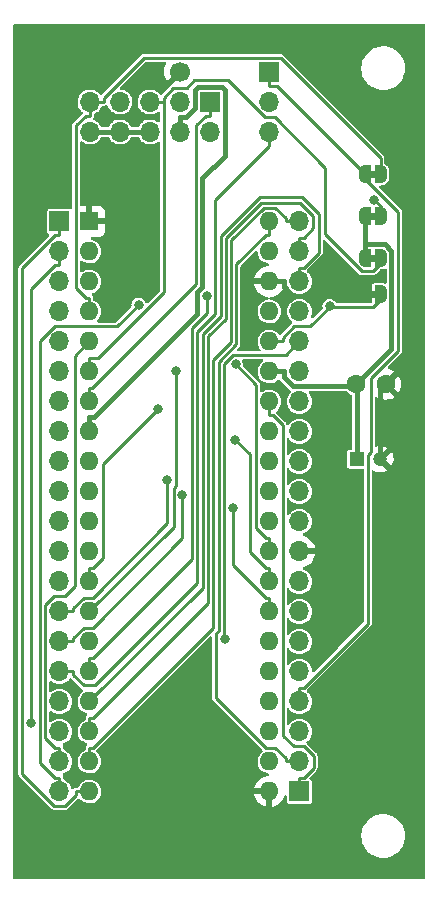
<source format=gtl>
G04 #@! TF.GenerationSoftware,KiCad,Pcbnew,(6.0.7)*
G04 #@! TF.CreationDate,2022-09-12T18:05:54-07:00*
G04 #@! TF.ProjectId,emu6802,656d7536-3830-4322-9e6b-696361645f70,rev?*
G04 #@! TF.SameCoordinates,Original*
G04 #@! TF.FileFunction,Copper,L1,Top*
G04 #@! TF.FilePolarity,Positive*
%FSLAX46Y46*%
G04 Gerber Fmt 4.6, Leading zero omitted, Abs format (unit mm)*
G04 Created by KiCad (PCBNEW (6.0.7)) date 2022-09-12 18:05:54*
%MOMM*%
%LPD*%
G01*
G04 APERTURE LIST*
G04 Aperture macros list*
%AMFreePoly0*
4,1,20,0.000000,0.744959,0.073905,0.744508,0.209726,0.703889,0.328688,0.626782,0.421226,0.519385,0.479903,0.390333,0.500000,0.250000,0.500000,-0.250000,0.499851,-0.262216,0.476331,-0.402017,0.414519,-0.529596,0.319384,-0.634700,0.198574,-0.708877,0.061801,-0.746166,0.000000,-0.745033,0.000000,-0.750000,-0.500000,-0.750000,-0.500000,0.750000,0.000000,0.750000,0.000000,0.744959,
0.000000,0.744959,$1*%
%AMFreePoly1*
4,1,22,0.500000,-0.750000,0.000000,-0.750000,0.000000,-0.745033,-0.079941,-0.743568,-0.215256,-0.701293,-0.333266,-0.622738,-0.424486,-0.514219,-0.481581,-0.384460,-0.499164,-0.250000,-0.500000,-0.250000,-0.500000,0.250000,-0.499164,0.250000,-0.499963,0.256109,-0.478152,0.396186,-0.417904,0.524511,-0.324060,0.630769,-0.204165,0.706417,-0.067858,0.745374,0.000000,0.744959,0.000000,0.750000,
0.500000,0.750000,0.500000,-0.750000,0.500000,-0.750000,$1*%
G04 Aperture macros list end*
G04 #@! TA.AperFunction,ComponentPad*
%ADD10R,1.600000X1.600000*%
G04 #@! TD*
G04 #@! TA.AperFunction,ComponentPad*
%ADD11O,1.600000X1.600000*%
G04 #@! TD*
G04 #@! TA.AperFunction,ComponentPad*
%ADD12R,1.700000X1.700000*%
G04 #@! TD*
G04 #@! TA.AperFunction,ComponentPad*
%ADD13O,1.700000X1.700000*%
G04 #@! TD*
G04 #@! TA.AperFunction,ComponentPad*
%ADD14C,1.200000*%
G04 #@! TD*
G04 #@! TA.AperFunction,ComponentPad*
%ADD15R,1.200000X1.200000*%
G04 #@! TD*
G04 #@! TA.AperFunction,SMDPad,CuDef*
%ADD16FreePoly0,0.000000*%
G04 #@! TD*
G04 #@! TA.AperFunction,SMDPad,CuDef*
%ADD17FreePoly1,0.000000*%
G04 #@! TD*
G04 #@! TA.AperFunction,ComponentPad*
%ADD18C,1.600000*%
G04 #@! TD*
G04 #@! TA.AperFunction,ComponentPad*
%ADD19C,1.700000*%
G04 #@! TD*
G04 #@! TA.AperFunction,ViaPad*
%ADD20C,0.800000*%
G04 #@! TD*
G04 #@! TA.AperFunction,Conductor*
%ADD21C,0.250000*%
G04 #@! TD*
G04 #@! TA.AperFunction,Conductor*
%ADD22C,0.400000*%
G04 #@! TD*
G04 APERTURE END LIST*
G36*
X82180000Y-65070000D02*
G01*
X81680000Y-65070000D01*
X81680000Y-64470000D01*
X82180000Y-64470000D01*
X82180000Y-65070000D01*
G37*
G36*
X82180000Y-68626000D02*
G01*
X81680000Y-68626000D01*
X81680000Y-68026000D01*
X82180000Y-68026000D01*
X82180000Y-68626000D01*
G37*
G36*
X82180000Y-72182000D02*
G01*
X81680000Y-72182000D01*
X81680000Y-71582000D01*
X82180000Y-71582000D01*
X82180000Y-72182000D01*
G37*
G36*
X82180000Y-75230000D02*
G01*
X81680000Y-75230000D01*
X81680000Y-74630000D01*
X82180000Y-74630000D01*
X82180000Y-75230000D01*
G37*
D10*
X57920000Y-68780000D03*
D11*
X57920000Y-71320000D03*
X57920000Y-73860000D03*
X57920000Y-76400000D03*
X57920000Y-78940000D03*
X57920000Y-81480000D03*
X57920000Y-84020000D03*
X57920000Y-86560000D03*
X57920000Y-89100000D03*
X57920000Y-91640000D03*
X57920000Y-94180000D03*
X57920000Y-96720000D03*
X57920000Y-99260000D03*
X57920000Y-101800000D03*
X57920000Y-104340000D03*
X57920000Y-106880000D03*
X57920000Y-109420000D03*
X57920000Y-111960000D03*
X57920000Y-114500000D03*
X57920000Y-117040000D03*
X73160000Y-117040000D03*
X73160000Y-114500000D03*
X73160000Y-111960000D03*
X73160000Y-109420000D03*
X73160000Y-106880000D03*
X73160000Y-104340000D03*
X73160000Y-101800000D03*
X73160000Y-99260000D03*
X73160000Y-96720000D03*
X73160000Y-94180000D03*
X73160000Y-91640000D03*
X73160000Y-89100000D03*
X73160000Y-86560000D03*
X73160000Y-84020000D03*
X73160000Y-81480000D03*
X73160000Y-78940000D03*
X73160000Y-76400000D03*
X73160000Y-73860000D03*
X73160000Y-71320000D03*
X73160000Y-68780000D03*
D12*
X55380000Y-68780000D03*
D13*
X55380000Y-71320000D03*
X55380000Y-73860000D03*
X55380000Y-76400000D03*
X55380000Y-78940000D03*
X55380000Y-81480000D03*
X55380000Y-84020000D03*
X55380000Y-86560000D03*
X55380000Y-89100000D03*
X55380000Y-91640000D03*
X55380000Y-94180000D03*
X55380000Y-96720000D03*
X55380000Y-99260000D03*
X55380000Y-101800000D03*
X55380000Y-104340000D03*
X55380000Y-106880000D03*
X55380000Y-109420000D03*
X55380000Y-111960000D03*
X55380000Y-114500000D03*
X55380000Y-117040000D03*
D12*
X75700000Y-117040000D03*
D13*
X75700000Y-114500000D03*
X75700000Y-111960000D03*
X75700000Y-109420000D03*
X75700000Y-106880000D03*
X75700000Y-104340000D03*
X75700000Y-101800000D03*
X75700000Y-99260000D03*
X75700000Y-96720000D03*
X75700000Y-94180000D03*
X75700000Y-91640000D03*
X75700000Y-89100000D03*
X75700000Y-86560000D03*
X75700000Y-84020000D03*
X75700000Y-81480000D03*
X75700000Y-78940000D03*
X75700000Y-76400000D03*
X75700000Y-73860000D03*
X75700000Y-71320000D03*
X75700000Y-68780000D03*
D14*
X82561400Y-88900000D03*
D15*
X80561400Y-88900000D03*
D16*
X82580000Y-64770000D03*
D17*
X81280000Y-64770000D03*
D16*
X82580000Y-68326000D03*
D17*
X81280000Y-68326000D03*
D13*
X57972000Y-61194000D03*
X57972000Y-58654000D03*
X60512000Y-61194000D03*
X60512000Y-58654000D03*
X63052000Y-61194000D03*
X63052000Y-58654000D03*
X65592000Y-61194000D03*
X65592000Y-58654000D03*
X68132000Y-61194000D03*
D12*
X68132000Y-58654000D03*
D18*
X80518000Y-82550000D03*
X83018000Y-82550000D03*
D16*
X82580000Y-71882000D03*
D17*
X81280000Y-71882000D03*
D16*
X82580000Y-74930000D03*
D17*
X81280000Y-74930000D03*
D19*
X65597000Y-56114000D03*
D12*
X73152000Y-56154000D03*
D13*
X73152000Y-58694000D03*
X73152000Y-61234000D03*
D20*
X62085500Y-75820800D03*
X78257900Y-75950700D03*
X64475100Y-90701200D03*
X65791900Y-91975500D03*
X70312600Y-80878000D03*
X70283500Y-87244400D03*
X70040000Y-93050200D03*
X52983900Y-111239500D03*
X67839400Y-75071500D03*
X69402000Y-104131500D03*
X65249400Y-81456900D03*
X63754300Y-84632900D03*
X82029100Y-66958400D03*
D21*
X73152000Y-61234000D02*
X73152000Y-62409300D01*
X55380000Y-106880000D02*
X56555300Y-106880000D01*
X56555300Y-107173900D02*
X56555300Y-106880000D01*
X57436700Y-108055300D02*
X56555300Y-107173900D01*
X58375400Y-108055300D02*
X57436700Y-108055300D01*
X67063200Y-99367500D02*
X58375400Y-108055300D01*
X67063200Y-78129100D02*
X67063200Y-99367500D01*
X68564700Y-76627600D02*
X67063200Y-78129100D01*
X68564700Y-66996600D02*
X68564700Y-76627600D01*
X73152000Y-62409300D02*
X68564700Y-66996600D01*
X73152000Y-56154000D02*
X73152000Y-57329300D01*
X75700000Y-109420000D02*
X75700000Y-108244700D01*
X73839300Y-57329300D02*
X81280000Y-64770000D01*
X73152000Y-57329300D02*
X73839300Y-57329300D01*
X76067300Y-108244700D02*
X75700000Y-108244700D01*
X81486800Y-102825200D02*
X76067300Y-108244700D01*
X81486800Y-88574400D02*
X81486800Y-102825200D01*
X81768000Y-88293200D02*
X81486800Y-88574400D01*
X81768000Y-82043000D02*
X81768000Y-88293200D01*
X84035800Y-79775200D02*
X81768000Y-82043000D01*
X84035800Y-67936000D02*
X84035800Y-79775200D01*
X81280000Y-65180200D02*
X84035800Y-67936000D01*
X81280000Y-64770000D02*
X81280000Y-65180200D01*
X75700000Y-114500000D02*
X74524700Y-114500000D01*
X73160000Y-68780000D02*
X73160000Y-69905300D01*
X74524700Y-114206100D02*
X74524700Y-114500000D01*
X73643300Y-113324700D02*
X74524700Y-114206100D01*
X72837400Y-113324700D02*
X73643300Y-113324700D01*
X68646200Y-109133500D02*
X72837400Y-113324700D01*
X68646200Y-103647900D02*
X68646200Y-109133500D01*
X68864400Y-103429700D02*
X68646200Y-103647900D01*
X68864400Y-80663600D02*
X68864400Y-103429700D01*
X70373100Y-79154900D02*
X68864400Y-80663600D01*
X70373100Y-72410900D02*
X70373100Y-79154900D01*
X72878700Y-69905300D02*
X70373100Y-72410900D01*
X73160000Y-69905300D02*
X72878700Y-69905300D01*
X55380000Y-117040000D02*
X55380000Y-115864700D01*
X60236300Y-77670000D02*
X62085500Y-75820800D01*
X54966500Y-77670000D02*
X60236300Y-77670000D01*
X53739200Y-78897300D02*
X54966500Y-77670000D01*
X53739200Y-114591200D02*
X53739200Y-78897300D01*
X55012700Y-115864700D02*
X53739200Y-114591200D01*
X55380000Y-115864700D02*
X55012700Y-115864700D01*
X73160000Y-78940000D02*
X74285300Y-78940000D01*
X81897800Y-76022700D02*
X78257900Y-76022700D01*
X82580000Y-75340500D02*
X81897800Y-76022700D01*
X82580000Y-74930000D02*
X82580000Y-75340500D01*
X76610600Y-77670000D02*
X78257900Y-76022700D01*
X75274000Y-77670000D02*
X76610600Y-77670000D01*
X74285300Y-78658700D02*
X75274000Y-77670000D01*
X74285300Y-78940000D02*
X74285300Y-78658700D01*
X78257900Y-76022700D02*
X78257900Y-75950700D01*
X73441400Y-85145300D02*
X73160000Y-85145300D01*
X74285300Y-85989200D02*
X73441400Y-85145300D01*
X74285300Y-112299000D02*
X74285300Y-85989200D01*
X75216300Y-113230000D02*
X74285300Y-112299000D01*
X76105700Y-113230000D02*
X75216300Y-113230000D01*
X76908800Y-114033100D02*
X76105700Y-113230000D01*
X76908800Y-115023200D02*
X76908800Y-114033100D01*
X76067300Y-115864700D02*
X76908800Y-115023200D01*
X75700000Y-115864700D02*
X76067300Y-115864700D01*
X75700000Y-117040000D02*
X75700000Y-115864700D01*
X73160000Y-84020000D02*
X73160000Y-85145300D01*
X55380000Y-101800000D02*
X56555300Y-101800000D01*
X56555300Y-101506100D02*
X56555300Y-101800000D01*
X57436700Y-100624700D02*
X56555300Y-101506100D01*
X58193400Y-100624700D02*
X57436700Y-100624700D01*
X64475100Y-94343000D02*
X58193400Y-100624700D01*
X64475100Y-90701200D02*
X64475100Y-94343000D01*
X55380000Y-104340000D02*
X56555300Y-104340000D01*
X65791900Y-95570000D02*
X65791900Y-91975500D01*
X58197200Y-103164700D02*
X65791900Y-95570000D01*
X57436700Y-103164700D02*
X58197200Y-103164700D01*
X56555300Y-104046100D02*
X57436700Y-103164700D01*
X56555300Y-104340000D02*
X56555300Y-104046100D01*
X72878600Y-95594700D02*
X73160000Y-95594700D01*
X72034700Y-94750800D02*
X72878600Y-95594700D01*
X72034700Y-82600100D02*
X72034700Y-94750800D01*
X70312600Y-80878000D02*
X72034700Y-82600100D01*
X73160000Y-96720000D02*
X73160000Y-95594700D01*
X73160000Y-99260000D02*
X73160000Y-98134700D01*
X72878600Y-98134700D02*
X73160000Y-98134700D01*
X71528200Y-96784300D02*
X72878600Y-98134700D01*
X71528200Y-88489100D02*
X71528200Y-96784300D01*
X70283500Y-87244400D02*
X71528200Y-88489100D01*
X72878700Y-100674700D02*
X73160000Y-100674700D01*
X70040000Y-97836000D02*
X72878700Y-100674700D01*
X70040000Y-93050200D02*
X70040000Y-97836000D01*
X73160000Y-101800000D02*
X73160000Y-100674700D01*
X55380000Y-71320000D02*
X55380000Y-72495300D01*
X52983900Y-74524100D02*
X52983900Y-111239500D01*
X55012700Y-72495300D02*
X52983900Y-74524100D01*
X55380000Y-72495300D02*
X55012700Y-72495300D01*
X56794700Y-117321300D02*
X56794700Y-117040000D01*
X55861700Y-118254300D02*
X56794700Y-117321300D01*
X54925200Y-118254300D02*
X55861700Y-118254300D01*
X52242800Y-115571900D02*
X54925200Y-118254300D01*
X52242800Y-72725200D02*
X52242800Y-115571900D01*
X55012700Y-69955300D02*
X52242800Y-72725200D01*
X55380000Y-69955300D02*
X55012700Y-69955300D01*
X55380000Y-68780000D02*
X55380000Y-69955300D01*
X57920000Y-117040000D02*
X56794700Y-117040000D01*
X75700000Y-68780000D02*
X74524700Y-68780000D01*
X57920000Y-114500000D02*
X57920000Y-113374700D01*
X58201400Y-113374700D02*
X57920000Y-113374700D01*
X68414100Y-103162000D02*
X58201400Y-113374700D01*
X68414100Y-80477000D02*
X68414100Y-103162000D01*
X69922800Y-78968300D02*
X68414100Y-80477000D01*
X69922800Y-70380000D02*
X69922800Y-78968300D01*
X72667300Y-67635500D02*
X69922800Y-70380000D01*
X73666100Y-67635500D02*
X72667300Y-67635500D01*
X74524700Y-68494100D02*
X73666100Y-67635500D01*
X74524700Y-68780000D02*
X74524700Y-68494100D01*
X57920000Y-111960000D02*
X57920000Y-110834700D01*
X75700000Y-71320000D02*
X75700000Y-70144700D01*
X58201300Y-110834700D02*
X57920000Y-110834700D01*
X67963800Y-101072200D02*
X58201300Y-110834700D01*
X67963800Y-78516500D02*
X67963800Y-101072200D01*
X69472500Y-77007800D02*
X67963800Y-78516500D01*
X69472500Y-70193400D02*
X69472500Y-77007800D01*
X72490500Y-67175400D02*
X69472500Y-70193400D01*
X75770600Y-67175400D02*
X72490500Y-67175400D01*
X76892200Y-68297000D02*
X75770600Y-67175400D01*
X76892200Y-69319800D02*
X76892200Y-68297000D01*
X76067300Y-70144700D02*
X76892200Y-69319800D01*
X75700000Y-70144700D02*
X76067300Y-70144700D01*
X75700000Y-73860000D02*
X75700000Y-72684700D01*
X67513500Y-99826500D02*
X57920000Y-109420000D01*
X67513500Y-78329900D02*
X67513500Y-99826500D01*
X69022200Y-76821200D02*
X67513500Y-78329900D01*
X69022200Y-70006800D02*
X69022200Y-76821200D01*
X72360200Y-66668800D02*
X69022200Y-70006800D01*
X75900900Y-66668800D02*
X72360200Y-66668800D01*
X77342500Y-68110400D02*
X75900900Y-66668800D01*
X77342500Y-71409500D02*
X77342500Y-68110400D01*
X76067300Y-72684700D02*
X77342500Y-71409500D01*
X75700000Y-72684700D02*
X76067300Y-72684700D01*
X57920000Y-106880000D02*
X57920000Y-105754700D01*
X58201300Y-105754700D02*
X57920000Y-105754700D01*
X66612900Y-97343100D02*
X58201300Y-105754700D01*
X66612900Y-77784900D02*
X66612900Y-97343100D01*
X67839400Y-76558400D02*
X66612900Y-77784900D01*
X67839400Y-75071500D02*
X67839400Y-76558400D01*
X69314700Y-104044200D02*
X69402000Y-104131500D01*
X69314700Y-80850200D02*
X69314700Y-104044200D01*
X70061100Y-80103800D02*
X69314700Y-80850200D01*
X74536200Y-80103800D02*
X70061100Y-80103800D01*
X75700000Y-78940000D02*
X74536200Y-80103800D01*
X65062900Y-94657100D02*
X57920000Y-101800000D01*
X65062900Y-91364100D02*
X65062900Y-94657100D01*
X65249400Y-91177600D02*
X65062900Y-91364100D01*
X65249400Y-81456900D02*
X65249400Y-91177600D01*
X57920000Y-99260000D02*
X57920000Y-98134700D01*
X58201400Y-98134700D02*
X57920000Y-98134700D01*
X59045300Y-97290800D02*
X58201400Y-98134700D01*
X59045300Y-89341900D02*
X59045300Y-97290800D01*
X63754300Y-84632900D02*
X59045300Y-89341900D01*
D22*
X63052000Y-61194000D02*
X60512000Y-61194000D01*
X60512000Y-61194000D02*
X57972000Y-61194000D01*
X81280000Y-71882000D02*
X81280000Y-70679900D01*
X81280000Y-70679900D02*
X81280000Y-68326000D01*
X83494500Y-79573500D02*
X80518000Y-82550000D01*
X83494500Y-71255900D02*
X83494500Y-79573500D01*
X82918500Y-70679900D02*
X83494500Y-71255900D01*
X81280000Y-70679900D02*
X82918500Y-70679900D01*
X73160000Y-81480000D02*
X74360300Y-81480000D01*
X80561400Y-82993400D02*
X80561400Y-88900000D01*
X80318000Y-82750000D02*
X80561400Y-82993400D01*
X80518000Y-82550000D02*
X80318000Y-82750000D01*
X74360300Y-81977400D02*
X74360300Y-81480000D01*
X75132900Y-82750000D02*
X74360300Y-81977400D01*
X80318000Y-82750000D02*
X75132900Y-82750000D01*
X57920000Y-86560000D02*
X57920000Y-85359700D01*
X65592000Y-61194000D02*
X65592000Y-59943700D01*
X58295100Y-85359700D02*
X57920000Y-85359700D01*
X67039100Y-76615700D02*
X58295100Y-85359700D01*
X67039100Y-74740100D02*
X67039100Y-76615700D01*
X67482200Y-74297000D02*
X67039100Y-74740100D01*
X67482200Y-65135400D02*
X67482200Y-74297000D01*
X69382400Y-63235200D02*
X67482200Y-65135400D01*
X69382400Y-57613000D02*
X69382400Y-63235200D01*
X69173000Y-57403600D02*
X69382400Y-57613000D01*
X67100700Y-57403600D02*
X69173000Y-57403600D01*
X66881600Y-57622700D02*
X67100700Y-57403600D01*
X66881600Y-59172200D02*
X66881600Y-57622700D01*
X66110100Y-59943700D02*
X66881600Y-59172200D01*
X65592000Y-59943700D02*
X66110100Y-59943700D01*
D21*
X57920000Y-84020000D02*
X57920000Y-82894700D01*
X68132000Y-58654000D02*
X68132000Y-59829300D01*
X58141600Y-82894700D02*
X57920000Y-82894700D01*
X66956700Y-74079600D02*
X58141600Y-82894700D01*
X66956700Y-60637200D02*
X66956700Y-74079600D01*
X67764600Y-59829300D02*
X66956700Y-60637200D01*
X68132000Y-59829300D02*
X67764600Y-59829300D01*
X63052000Y-58654000D02*
X64227300Y-58654000D01*
X64227300Y-58286600D02*
X64227300Y-58654000D01*
X65035200Y-57478700D02*
X64227300Y-58286600D01*
X66151100Y-57478700D02*
X65035200Y-57478700D01*
X66795900Y-56833900D02*
X66151100Y-57478700D01*
X69626600Y-56833900D02*
X66795900Y-56833900D01*
X72756700Y-59964000D02*
X69626600Y-56833900D01*
X73597100Y-59964000D02*
X72756700Y-59964000D01*
X77849800Y-64216700D02*
X73597100Y-59964000D01*
X77849800Y-69873200D02*
X77849800Y-64216700D01*
X80980700Y-73004100D02*
X77849800Y-69873200D01*
X81909300Y-73004100D02*
X80980700Y-73004100D01*
X82580000Y-72333400D02*
X81909300Y-73004100D01*
X82580000Y-71882000D02*
X82580000Y-72333400D01*
X58623300Y-80354700D02*
X57920000Y-80354700D01*
X64227300Y-74750700D02*
X58623300Y-80354700D01*
X64227300Y-58654000D02*
X64227300Y-74750700D01*
X57920000Y-81480000D02*
X57920000Y-80354700D01*
X56685300Y-80174700D02*
X57920000Y-78940000D01*
X56685300Y-99676200D02*
X56685300Y-80174700D01*
X55831500Y-100530000D02*
X56685300Y-99676200D01*
X54900800Y-100530000D02*
X55831500Y-100530000D01*
X54189500Y-101241300D02*
X54900800Y-100530000D01*
X54189500Y-112501500D02*
X54189500Y-101241300D01*
X55012700Y-113324700D02*
X54189500Y-112501500D01*
X55380000Y-113324700D02*
X55012700Y-113324700D01*
X55380000Y-114500000D02*
X55380000Y-113324700D01*
X57638600Y-75274700D02*
X57920000Y-75274700D01*
X56794700Y-74430800D02*
X57638600Y-75274700D01*
X56794700Y-60639300D02*
X56794700Y-74430800D01*
X57604700Y-59829300D02*
X56794700Y-60639300D01*
X57972000Y-59829300D02*
X57604700Y-59829300D01*
X57920000Y-76400000D02*
X57920000Y-75274700D01*
X57972000Y-59241600D02*
X57972000Y-59829300D01*
X57972000Y-59241600D02*
X57972000Y-58654000D01*
X82580000Y-63405400D02*
X82580000Y-64770000D01*
X74103300Y-54928700D02*
X82580000Y-63405400D01*
X62505300Y-54928700D02*
X74103300Y-54928700D01*
X59147300Y-58286700D02*
X62505300Y-54928700D01*
X59147300Y-58654000D02*
X59147300Y-58286700D01*
X57972000Y-58654000D02*
X59147300Y-58654000D01*
X82580000Y-67509300D02*
X82029100Y-66958400D01*
X82580000Y-68326000D02*
X82580000Y-67509300D01*
D22*
X82561400Y-83006600D02*
X82561400Y-88900000D01*
X83018000Y-82550000D02*
X82561400Y-83006600D01*
X81080000Y-75130000D02*
X81280000Y-74930000D01*
X75180200Y-75130000D02*
X81080000Y-75130000D01*
X74360300Y-74310100D02*
X75180200Y-75130000D01*
X74360300Y-73860000D02*
X74360300Y-74310100D01*
X73160000Y-73860000D02*
X74360300Y-73860000D01*
G04 #@! TA.AperFunction,Conductor*
G36*
X86302121Y-52090002D02*
G01*
X86348614Y-52143658D01*
X86360000Y-52196000D01*
X86360000Y-124334000D01*
X86339998Y-124402121D01*
X86286342Y-124448614D01*
X86234000Y-124460000D01*
X51561000Y-124460000D01*
X51492879Y-124439998D01*
X51446386Y-124386342D01*
X51435000Y-124334000D01*
X51435000Y-120842095D01*
X80945028Y-120842095D01*
X80970534Y-121109431D01*
X81034364Y-121370285D01*
X81135182Y-121619192D01*
X81270875Y-121850938D01*
X81273728Y-121854505D01*
X81385225Y-121993925D01*
X81438601Y-122060669D01*
X81634846Y-122243991D01*
X81727039Y-122307948D01*
X81851746Y-122394461D01*
X81851751Y-122394464D01*
X81855499Y-122397064D01*
X81859584Y-122399096D01*
X81859587Y-122399098D01*
X81975719Y-122456872D01*
X82095938Y-122516680D01*
X82100272Y-122518101D01*
X82100275Y-122518102D01*
X82346793Y-122598915D01*
X82346798Y-122598916D01*
X82351126Y-122600335D01*
X82355617Y-122601115D01*
X82355618Y-122601115D01*
X82611936Y-122645620D01*
X82611944Y-122645621D01*
X82615717Y-122646276D01*
X82619554Y-122646467D01*
X82698996Y-122650422D01*
X82699004Y-122650422D01*
X82700567Y-122650500D01*
X82868223Y-122650500D01*
X82870491Y-122650335D01*
X82870503Y-122650335D01*
X83000823Y-122640879D01*
X83067846Y-122636016D01*
X83072301Y-122635032D01*
X83072304Y-122635032D01*
X83325620Y-122579105D01*
X83325624Y-122579104D01*
X83330080Y-122578120D01*
X83497617Y-122514646D01*
X83576941Y-122484593D01*
X83576944Y-122484592D01*
X83581211Y-122482975D01*
X83815976Y-122352574D01*
X83958254Y-122243991D01*
X84025833Y-122192417D01*
X84025837Y-122192413D01*
X84029458Y-122189650D01*
X84217185Y-121997614D01*
X84375225Y-121780491D01*
X84462313Y-121614963D01*
X84498140Y-121546868D01*
X84498143Y-121546862D01*
X84500265Y-121542828D01*
X84559703Y-121374515D01*
X84588165Y-121293916D01*
X84588165Y-121293915D01*
X84589688Y-121289603D01*
X84641620Y-121026122D01*
X84641847Y-121021566D01*
X84654745Y-120762474D01*
X84654745Y-120762468D01*
X84654972Y-120757905D01*
X84629466Y-120490569D01*
X84565636Y-120229715D01*
X84464818Y-119980808D01*
X84329125Y-119749062D01*
X84218211Y-119610371D01*
X84164251Y-119542897D01*
X84164250Y-119542895D01*
X84161399Y-119539331D01*
X83965154Y-119356009D01*
X83805436Y-119245208D01*
X83748254Y-119205539D01*
X83748249Y-119205536D01*
X83744501Y-119202936D01*
X83740416Y-119200904D01*
X83740413Y-119200902D01*
X83568560Y-119115407D01*
X83504062Y-119083320D01*
X83499728Y-119081899D01*
X83499725Y-119081898D01*
X83253207Y-119001085D01*
X83253202Y-119001084D01*
X83248874Y-118999665D01*
X83244382Y-118998885D01*
X82988064Y-118954380D01*
X82988056Y-118954379D01*
X82984283Y-118953724D01*
X82975622Y-118953293D01*
X82901004Y-118949578D01*
X82900996Y-118949578D01*
X82899433Y-118949500D01*
X82731777Y-118949500D01*
X82729509Y-118949665D01*
X82729497Y-118949665D01*
X82599177Y-118959121D01*
X82532154Y-118963984D01*
X82527699Y-118964968D01*
X82527696Y-118964968D01*
X82274380Y-119020895D01*
X82274376Y-119020896D01*
X82269920Y-119021880D01*
X82144355Y-119069452D01*
X82023059Y-119115407D01*
X82023056Y-119115408D01*
X82018789Y-119117025D01*
X81784024Y-119247426D01*
X81780392Y-119250198D01*
X81574167Y-119407583D01*
X81574163Y-119407587D01*
X81570542Y-119410350D01*
X81382815Y-119602386D01*
X81224775Y-119819509D01*
X81222651Y-119823547D01*
X81101860Y-120053132D01*
X81101857Y-120053138D01*
X81099735Y-120057172D01*
X81098215Y-120061477D01*
X81098213Y-120061481D01*
X81038804Y-120229715D01*
X81010312Y-120310397D01*
X80958380Y-120573878D01*
X80958153Y-120578431D01*
X80958153Y-120578434D01*
X80948992Y-120762474D01*
X80945028Y-120842095D01*
X51435000Y-120842095D01*
X51435000Y-115600707D01*
X51913536Y-115600707D01*
X51922366Y-115633658D01*
X51923291Y-115637110D01*
X51925670Y-115647842D01*
X51932212Y-115684945D01*
X51937723Y-115694490D01*
X51938915Y-115697766D01*
X51940392Y-115700934D01*
X51943246Y-115711584D01*
X51960458Y-115736164D01*
X51964855Y-115742444D01*
X51970761Y-115751715D01*
X51976994Y-115762510D01*
X51989606Y-115784355D01*
X51998051Y-115791441D01*
X52018482Y-115808585D01*
X52026585Y-115816011D01*
X54681095Y-118470522D01*
X54688521Y-118478625D01*
X54712745Y-118507494D01*
X54745384Y-118526338D01*
X54754652Y-118532242D01*
X54785516Y-118553853D01*
X54796162Y-118556706D01*
X54799330Y-118558183D01*
X54802607Y-118559376D01*
X54812155Y-118564888D01*
X54841708Y-118570099D01*
X54849269Y-118571432D01*
X54860003Y-118573812D01*
X54896393Y-118583563D01*
X54907369Y-118582603D01*
X54907372Y-118582603D01*
X54933931Y-118580279D01*
X54944912Y-118579800D01*
X55841990Y-118579800D01*
X55852972Y-118580280D01*
X55879520Y-118582603D01*
X55879522Y-118582603D01*
X55890507Y-118583564D01*
X55926915Y-118573808D01*
X55937642Y-118571430D01*
X55941001Y-118570838D01*
X55974745Y-118564888D01*
X55984290Y-118559377D01*
X55987566Y-118558185D01*
X55990734Y-118556708D01*
X56001384Y-118553854D01*
X56032247Y-118532243D01*
X56041515Y-118526339D01*
X56064606Y-118513007D01*
X56074155Y-118507494D01*
X56098379Y-118478625D01*
X56105806Y-118470520D01*
X56938151Y-117638176D01*
X57000463Y-117604151D01*
X57071279Y-117609216D01*
X57125992Y-117649008D01*
X57196818Y-117738369D01*
X57346238Y-117865535D01*
X57351616Y-117868541D01*
X57351618Y-117868542D01*
X57386211Y-117887875D01*
X57517513Y-117961257D01*
X57704118Y-118021889D01*
X57898946Y-118045121D01*
X57905081Y-118044649D01*
X57905083Y-118044649D01*
X58088434Y-118030541D01*
X58088438Y-118030540D01*
X58094576Y-118030068D01*
X58283556Y-117977303D01*
X58458689Y-117888837D01*
X58488515Y-117865535D01*
X58608453Y-117771829D01*
X58613303Y-117768040D01*
X58643084Y-117733539D01*
X58737485Y-117624173D01*
X58737485Y-117624172D01*
X58741509Y-117619511D01*
X58747358Y-117609216D01*
X58812779Y-117494053D01*
X58838425Y-117448909D01*
X58885791Y-117306522D01*
X71877273Y-117306522D01*
X71924764Y-117483761D01*
X71928510Y-117494053D01*
X72020586Y-117691511D01*
X72026069Y-117701007D01*
X72151028Y-117879467D01*
X72158084Y-117887875D01*
X72312125Y-118041916D01*
X72320533Y-118048972D01*
X72498993Y-118173931D01*
X72508489Y-118179414D01*
X72705947Y-118271490D01*
X72716239Y-118275236D01*
X72888503Y-118321394D01*
X72902599Y-118321058D01*
X72906000Y-118313116D01*
X72906000Y-117312115D01*
X72901525Y-117296876D01*
X72900135Y-117295671D01*
X72892452Y-117294000D01*
X71892033Y-117294000D01*
X71878502Y-117297973D01*
X71877273Y-117306522D01*
X58885791Y-117306522D01*
X58900358Y-117262732D01*
X58924949Y-117068071D01*
X58925341Y-117040000D01*
X58906194Y-116844728D01*
X58904413Y-116838829D01*
X58904412Y-116838824D01*
X58851265Y-116662793D01*
X58849484Y-116656894D01*
X58757370Y-116483653D01*
X58633361Y-116331602D01*
X58482180Y-116206535D01*
X58309585Y-116113213D01*
X58215868Y-116084203D01*
X58128039Y-116057015D01*
X58128036Y-116057014D01*
X58122152Y-116055193D01*
X58116027Y-116054549D01*
X58116026Y-116054549D01*
X57933147Y-116035327D01*
X57933146Y-116035327D01*
X57927019Y-116034683D01*
X57808732Y-116045448D01*
X57737759Y-116051907D01*
X57737758Y-116051907D01*
X57731618Y-116052466D01*
X57725704Y-116054207D01*
X57725702Y-116054207D01*
X57621716Y-116084812D01*
X57543393Y-116107864D01*
X57537928Y-116110721D01*
X57374972Y-116195912D01*
X57374968Y-116195915D01*
X57369512Y-116198767D01*
X57364712Y-116202627D01*
X57364711Y-116202627D01*
X57335861Y-116225823D01*
X57216600Y-116321711D01*
X57090480Y-116472016D01*
X57087516Y-116477408D01*
X57087513Y-116477412D01*
X56995956Y-116643954D01*
X56994816Y-116643327D01*
X56953881Y-116692871D01*
X56883292Y-116714500D01*
X56737306Y-116714500D01*
X56720486Y-116720622D01*
X56699276Y-116726305D01*
X56681655Y-116729412D01*
X56666156Y-116738360D01*
X56646257Y-116747639D01*
X56629440Y-116753760D01*
X56620995Y-116760846D01*
X56620993Y-116760847D01*
X56615728Y-116765265D01*
X56597747Y-116777856D01*
X56582245Y-116786806D01*
X56580169Y-116789280D01*
X56519527Y-116815819D01*
X56449423Y-116804600D01*
X56396512Y-116757260D01*
X56382957Y-116727250D01*
X56380246Y-116718271D01*
X56355935Y-116637749D01*
X56259218Y-116455849D01*
X56161778Y-116336376D01*
X56132906Y-116300975D01*
X56132903Y-116300972D01*
X56129011Y-116296200D01*
X56043940Y-116225823D01*
X55975025Y-116168811D01*
X55975021Y-116168809D01*
X55970275Y-116164882D01*
X55789055Y-116066897D01*
X55783167Y-116065074D01*
X55782676Y-116064868D01*
X55727628Y-116020033D01*
X55705500Y-115948712D01*
X55705500Y-115807306D01*
X55699377Y-115790484D01*
X55693695Y-115769276D01*
X55692502Y-115762510D01*
X55690588Y-115751655D01*
X55681640Y-115736156D01*
X55672361Y-115716257D01*
X55666240Y-115699440D01*
X55659153Y-115690994D01*
X55653643Y-115681450D01*
X55656432Y-115679840D01*
X55635208Y-115631326D01*
X55646434Y-115561223D01*
X55693779Y-115508317D01*
X55726314Y-115494032D01*
X55755793Y-115485802D01*
X55755800Y-115485799D01*
X55761725Y-115484145D01*
X55767214Y-115481372D01*
X55767220Y-115481370D01*
X55940116Y-115394033D01*
X55945610Y-115391258D01*
X55953769Y-115384884D01*
X56103101Y-115268213D01*
X56107951Y-115264424D01*
X56160958Y-115203015D01*
X56238540Y-115113134D01*
X56238540Y-115113133D01*
X56242564Y-115108472D01*
X56250942Y-115093725D01*
X56341276Y-114934707D01*
X56344323Y-114929344D01*
X56409351Y-114733863D01*
X56435171Y-114529474D01*
X56435583Y-114500000D01*
X56415480Y-114294970D01*
X56355935Y-114097749D01*
X56259218Y-113915849D01*
X56158930Y-113792884D01*
X56132906Y-113760975D01*
X56132903Y-113760972D01*
X56129011Y-113756200D01*
X56111786Y-113741950D01*
X55975025Y-113628811D01*
X55975021Y-113628809D01*
X55970275Y-113624882D01*
X55789055Y-113526897D01*
X55783167Y-113525074D01*
X55782676Y-113524868D01*
X55727628Y-113480033D01*
X55705500Y-113408712D01*
X55705500Y-113267306D01*
X55699378Y-113250486D01*
X55693695Y-113229276D01*
X55692502Y-113222510D01*
X55690588Y-113211655D01*
X55681640Y-113196156D01*
X55672361Y-113176257D01*
X55666240Y-113159440D01*
X55659153Y-113150994D01*
X55653643Y-113141450D01*
X55656432Y-113139840D01*
X55635208Y-113091326D01*
X55646434Y-113021223D01*
X55693779Y-112968317D01*
X55726314Y-112954032D01*
X55755793Y-112945802D01*
X55755800Y-112945799D01*
X55761725Y-112944145D01*
X55767214Y-112941372D01*
X55767220Y-112941370D01*
X55940116Y-112854033D01*
X55945610Y-112851258D01*
X56107951Y-112724424D01*
X56161520Y-112662364D01*
X56238540Y-112573134D01*
X56238540Y-112573133D01*
X56242564Y-112568472D01*
X56344323Y-112389344D01*
X56409351Y-112193863D01*
X56435171Y-111989474D01*
X56435583Y-111960000D01*
X56415480Y-111754970D01*
X56355935Y-111557749D01*
X56259218Y-111375849D01*
X56161778Y-111256376D01*
X56132906Y-111220975D01*
X56132903Y-111220972D01*
X56129011Y-111216200D01*
X56073119Y-111169962D01*
X55975025Y-111088811D01*
X55975021Y-111088809D01*
X55970275Y-111084882D01*
X55789055Y-110986897D01*
X55592254Y-110925977D01*
X55586129Y-110925333D01*
X55586128Y-110925333D01*
X55393498Y-110905087D01*
X55393496Y-110905087D01*
X55387369Y-110904443D01*
X55300529Y-110912346D01*
X55188342Y-110922555D01*
X55188339Y-110922556D01*
X55182203Y-110923114D01*
X54984572Y-110981280D01*
X54802002Y-111076726D01*
X54797201Y-111080586D01*
X54797198Y-111080588D01*
X54786971Y-111088811D01*
X54744913Y-111122627D01*
X54719952Y-111142696D01*
X54654330Y-111169792D01*
X54584475Y-111157109D01*
X54532567Y-111108673D01*
X54515000Y-111044499D01*
X54515000Y-110336021D01*
X54535002Y-110267900D01*
X54588658Y-110221407D01*
X54658932Y-110211303D01*
X54722664Y-110240067D01*
X54777564Y-110286791D01*
X54782942Y-110289797D01*
X54782944Y-110289798D01*
X54865651Y-110336021D01*
X54957398Y-110387297D01*
X55052238Y-110418113D01*
X55147471Y-110449056D01*
X55147475Y-110449057D01*
X55153329Y-110450959D01*
X55357894Y-110475351D01*
X55364029Y-110474879D01*
X55364031Y-110474879D01*
X55420039Y-110470569D01*
X55563300Y-110459546D01*
X55569230Y-110457890D01*
X55569232Y-110457890D01*
X55755797Y-110405800D01*
X55755796Y-110405800D01*
X55761725Y-110404145D01*
X55767214Y-110401372D01*
X55767220Y-110401370D01*
X55940116Y-110314033D01*
X55945610Y-110311258D01*
X56107951Y-110184424D01*
X56161520Y-110122364D01*
X56238540Y-110033134D01*
X56238540Y-110033133D01*
X56242564Y-110028472D01*
X56247412Y-110019939D01*
X56341276Y-109854707D01*
X56344323Y-109849344D01*
X56409351Y-109653863D01*
X56435171Y-109449474D01*
X56435390Y-109433806D01*
X56435534Y-109423522D01*
X56435534Y-109423518D01*
X56435583Y-109420000D01*
X56415480Y-109214970D01*
X56355935Y-109017749D01*
X56259218Y-108835849D01*
X56179021Y-108737518D01*
X56132906Y-108680975D01*
X56132903Y-108680972D01*
X56129011Y-108676200D01*
X56073119Y-108629962D01*
X55975025Y-108548811D01*
X55975021Y-108548809D01*
X55970275Y-108544882D01*
X55833091Y-108470707D01*
X55794474Y-108449827D01*
X55789055Y-108446897D01*
X55592254Y-108385977D01*
X55586129Y-108385333D01*
X55586128Y-108385333D01*
X55393498Y-108365087D01*
X55393496Y-108365087D01*
X55387369Y-108364443D01*
X55300529Y-108372346D01*
X55188342Y-108382555D01*
X55188339Y-108382556D01*
X55182203Y-108383114D01*
X54984572Y-108441280D01*
X54802002Y-108536726D01*
X54797201Y-108540586D01*
X54797198Y-108540588D01*
X54790630Y-108545869D01*
X54744913Y-108582627D01*
X54719952Y-108602696D01*
X54654330Y-108629792D01*
X54584475Y-108617109D01*
X54532567Y-108568673D01*
X54515000Y-108504499D01*
X54515000Y-107796021D01*
X54535002Y-107727900D01*
X54588658Y-107681407D01*
X54658932Y-107671303D01*
X54722664Y-107700067D01*
X54777564Y-107746791D01*
X54782942Y-107749797D01*
X54782944Y-107749798D01*
X54865651Y-107796021D01*
X54957398Y-107847297D01*
X55052238Y-107878113D01*
X55147471Y-107909056D01*
X55147475Y-107909057D01*
X55153329Y-107910959D01*
X55357894Y-107935351D01*
X55364029Y-107934879D01*
X55364031Y-107934879D01*
X55420039Y-107930569D01*
X55563300Y-107919546D01*
X55569230Y-107917890D01*
X55569232Y-107917890D01*
X55755797Y-107865800D01*
X55755796Y-107865800D01*
X55761725Y-107864145D01*
X55767214Y-107861372D01*
X55767220Y-107861370D01*
X55940116Y-107774033D01*
X55945610Y-107771258D01*
X56107951Y-107644424D01*
X56169137Y-107573539D01*
X56231325Y-107501493D01*
X56290978Y-107462995D01*
X56361974Y-107462859D01*
X56415802Y-107494728D01*
X57192589Y-108271515D01*
X57200016Y-108279619D01*
X57224245Y-108308494D01*
X57233794Y-108314007D01*
X57256885Y-108327339D01*
X57266156Y-108333245D01*
X57297016Y-108354854D01*
X57307667Y-108357708D01*
X57310828Y-108359182D01*
X57314107Y-108360375D01*
X57323655Y-108365888D01*
X57330912Y-108367168D01*
X57386269Y-108407925D01*
X57411608Y-108474246D01*
X57397068Y-108543738D01*
X57364956Y-108582430D01*
X57339750Y-108602696D01*
X57216600Y-108701711D01*
X57090480Y-108852016D01*
X57087516Y-108857408D01*
X57087513Y-108857412D01*
X57024522Y-108971993D01*
X56995956Y-109023954D01*
X56936628Y-109210978D01*
X56914757Y-109405963D01*
X56931175Y-109601483D01*
X56985258Y-109790091D01*
X56988076Y-109795574D01*
X57072123Y-109959113D01*
X57072126Y-109959117D01*
X57074944Y-109964601D01*
X57196818Y-110118369D01*
X57201511Y-110122363D01*
X57201512Y-110122364D01*
X57317888Y-110221407D01*
X57346238Y-110245535D01*
X57351616Y-110248541D01*
X57351618Y-110248542D01*
X57420057Y-110286791D01*
X57517513Y-110341257D01*
X57647580Y-110383518D01*
X57706185Y-110423591D01*
X57733822Y-110488988D01*
X57721715Y-110558945D01*
X57705164Y-110584343D01*
X57696042Y-110595214D01*
X57680514Y-110610742D01*
X57675877Y-110614634D01*
X57666806Y-110622245D01*
X57657858Y-110637743D01*
X57645261Y-110655733D01*
X57633760Y-110669439D01*
X57629992Y-110679792D01*
X57629989Y-110679797D01*
X57627637Y-110686260D01*
X57618357Y-110706162D01*
X57609412Y-110721655D01*
X57607498Y-110732509D01*
X57607496Y-110732515D01*
X57606304Y-110739276D01*
X57600622Y-110760484D01*
X57598612Y-110766008D01*
X57594500Y-110777306D01*
X57594500Y-110924837D01*
X57574498Y-110992958D01*
X57526876Y-111036498D01*
X57374976Y-111115910D01*
X57374972Y-111115912D01*
X57369512Y-111118767D01*
X57364712Y-111122627D01*
X57364711Y-111122627D01*
X57339750Y-111142696D01*
X57216600Y-111241711D01*
X57090480Y-111392016D01*
X57087516Y-111397408D01*
X57087513Y-111397412D01*
X57008813Y-111540567D01*
X56995956Y-111563954D01*
X56936628Y-111750978D01*
X56914757Y-111945963D01*
X56931175Y-112141483D01*
X56985258Y-112330091D01*
X56988076Y-112335574D01*
X57072123Y-112499113D01*
X57072126Y-112499117D01*
X57074944Y-112504601D01*
X57196818Y-112658369D01*
X57201511Y-112662363D01*
X57201512Y-112662364D01*
X57278885Y-112728213D01*
X57346238Y-112785535D01*
X57517513Y-112881257D01*
X57647580Y-112923518D01*
X57706185Y-112963591D01*
X57733822Y-113028988D01*
X57721715Y-113098945D01*
X57705164Y-113124343D01*
X57696042Y-113135214D01*
X57680514Y-113150742D01*
X57675877Y-113154634D01*
X57666806Y-113162245D01*
X57657858Y-113177743D01*
X57645261Y-113195733D01*
X57633760Y-113209439D01*
X57629992Y-113219792D01*
X57629989Y-113219797D01*
X57627637Y-113226260D01*
X57618357Y-113246162D01*
X57609412Y-113261655D01*
X57607498Y-113272509D01*
X57607496Y-113272515D01*
X57606304Y-113279276D01*
X57600622Y-113300484D01*
X57598612Y-113306008D01*
X57594500Y-113317306D01*
X57594500Y-113464837D01*
X57574498Y-113532958D01*
X57526876Y-113576498D01*
X57374976Y-113655910D01*
X57374972Y-113655912D01*
X57369512Y-113658767D01*
X57364712Y-113662627D01*
X57364711Y-113662627D01*
X57350933Y-113673705D01*
X57216600Y-113781711D01*
X57090480Y-113932016D01*
X57087516Y-113937408D01*
X57087513Y-113937412D01*
X57056599Y-113993645D01*
X56995956Y-114103954D01*
X56936628Y-114290978D01*
X56914757Y-114485963D01*
X56931175Y-114681483D01*
X56985258Y-114870091D01*
X56988076Y-114875574D01*
X57072123Y-115039113D01*
X57072126Y-115039117D01*
X57074944Y-115044601D01*
X57196818Y-115198369D01*
X57201511Y-115202363D01*
X57201512Y-115202364D01*
X57278885Y-115268213D01*
X57346238Y-115325535D01*
X57351616Y-115328541D01*
X57351618Y-115328542D01*
X57420057Y-115366791D01*
X57517513Y-115421257D01*
X57704118Y-115481889D01*
X57898946Y-115505121D01*
X57905081Y-115504649D01*
X57905083Y-115504649D01*
X58088434Y-115490541D01*
X58088438Y-115490540D01*
X58094576Y-115490068D01*
X58283556Y-115437303D01*
X58458689Y-115348837D01*
X58488515Y-115325535D01*
X58608453Y-115231829D01*
X58613303Y-115228040D01*
X58639014Y-115198254D01*
X58737485Y-115084173D01*
X58737485Y-115084172D01*
X58741509Y-115079511D01*
X58838425Y-114908909D01*
X58900358Y-114722732D01*
X58924949Y-114528071D01*
X58925155Y-114513340D01*
X58925292Y-114503523D01*
X58925292Y-114503519D01*
X58925341Y-114500000D01*
X58906194Y-114304728D01*
X58904413Y-114298829D01*
X58904412Y-114298824D01*
X58851265Y-114122793D01*
X58849484Y-114116894D01*
X58757370Y-113943653D01*
X58633361Y-113791602D01*
X58527423Y-113703963D01*
X58487685Y-113645129D01*
X58486062Y-113574151D01*
X58518643Y-113517783D01*
X68105605Y-103930821D01*
X68167917Y-103896795D01*
X68238732Y-103901860D01*
X68295568Y-103944407D01*
X68320379Y-104010927D01*
X68320700Y-104019916D01*
X68320700Y-109113790D01*
X68320220Y-109124772D01*
X68316936Y-109162307D01*
X68319790Y-109172956D01*
X68326691Y-109198710D01*
X68329070Y-109209442D01*
X68335612Y-109246545D01*
X68341123Y-109256090D01*
X68342315Y-109259366D01*
X68343792Y-109262534D01*
X68346646Y-109273184D01*
X68352970Y-109282215D01*
X68368255Y-109304044D01*
X68374161Y-109313315D01*
X68387493Y-109336406D01*
X68393006Y-109345955D01*
X68401451Y-109353041D01*
X68421882Y-109370185D01*
X68429985Y-109377611D01*
X72566548Y-113514174D01*
X72600574Y-113576486D01*
X72595509Y-113647301D01*
X72556405Y-113701466D01*
X72456600Y-113781711D01*
X72330480Y-113932016D01*
X72327516Y-113937408D01*
X72327513Y-113937412D01*
X72296599Y-113993645D01*
X72235956Y-114103954D01*
X72176628Y-114290978D01*
X72154757Y-114485963D01*
X72171175Y-114681483D01*
X72225258Y-114870091D01*
X72228076Y-114875574D01*
X72312123Y-115039113D01*
X72312126Y-115039117D01*
X72314944Y-115044601D01*
X72436818Y-115198369D01*
X72441511Y-115202363D01*
X72441512Y-115202364D01*
X72518885Y-115268213D01*
X72586238Y-115325535D01*
X72591616Y-115328541D01*
X72591618Y-115328542D01*
X72660057Y-115366791D01*
X72757513Y-115421257D01*
X72944118Y-115481889D01*
X72976933Y-115485802D01*
X73010443Y-115489798D01*
X73075716Y-115517726D01*
X73115529Y-115576509D01*
X73117241Y-115647485D01*
X73080308Y-115708119D01*
X73016458Y-115739161D01*
X73006505Y-115740433D01*
X72937480Y-115746472D01*
X72926688Y-115748375D01*
X72716239Y-115804764D01*
X72705947Y-115808510D01*
X72508489Y-115900586D01*
X72498993Y-115906069D01*
X72320533Y-116031028D01*
X72312125Y-116038084D01*
X72158084Y-116192125D01*
X72151028Y-116200533D01*
X72026069Y-116378993D01*
X72020586Y-116388489D01*
X71928510Y-116585947D01*
X71924764Y-116596239D01*
X71878606Y-116768503D01*
X71878942Y-116782599D01*
X71886884Y-116786000D01*
X73288000Y-116786000D01*
X73356121Y-116806002D01*
X73402614Y-116859658D01*
X73414000Y-116912000D01*
X73414000Y-118307967D01*
X73417973Y-118321498D01*
X73426522Y-118322727D01*
X73603761Y-118275236D01*
X73614053Y-118271490D01*
X73811511Y-118179414D01*
X73821007Y-118173931D01*
X73999467Y-118048972D01*
X74007875Y-118041916D01*
X74161916Y-117887875D01*
X74168972Y-117879467D01*
X74293931Y-117701007D01*
X74299414Y-117691511D01*
X74391490Y-117494053D01*
X74395236Y-117483761D01*
X74401793Y-117459289D01*
X74438745Y-117398666D01*
X74502605Y-117367645D01*
X74573100Y-117376073D01*
X74627847Y-117421276D01*
X74649500Y-117491900D01*
X74649500Y-117909748D01*
X74661133Y-117968231D01*
X74705448Y-118034552D01*
X74771769Y-118078867D01*
X74783938Y-118081288D01*
X74783939Y-118081288D01*
X74824184Y-118089293D01*
X74830252Y-118090500D01*
X76569748Y-118090500D01*
X76575816Y-118089293D01*
X76616061Y-118081288D01*
X76616062Y-118081288D01*
X76628231Y-118078867D01*
X76694552Y-118034552D01*
X76738867Y-117968231D01*
X76750500Y-117909748D01*
X76750500Y-116170252D01*
X76738867Y-116111769D01*
X76694552Y-116045448D01*
X76628231Y-116001133D01*
X76626980Y-116000884D01*
X76577702Y-115961171D01*
X76555283Y-115893807D01*
X76572843Y-115825016D01*
X76592108Y-115800218D01*
X77125015Y-115267311D01*
X77133119Y-115259884D01*
X77153549Y-115242741D01*
X77161994Y-115235655D01*
X77169080Y-115223382D01*
X77180839Y-115203015D01*
X77186745Y-115193744D01*
X77202030Y-115171915D01*
X77208354Y-115162884D01*
X77211208Y-115152234D01*
X77212685Y-115149066D01*
X77213877Y-115145790D01*
X77219388Y-115136245D01*
X77225930Y-115099142D01*
X77228309Y-115088410D01*
X77238064Y-115052007D01*
X77234779Y-115014457D01*
X77234300Y-115003476D01*
X77234300Y-114052810D01*
X77234780Y-114041828D01*
X77237103Y-114015280D01*
X77237103Y-114015278D01*
X77238064Y-114004293D01*
X77228308Y-113967885D01*
X77225930Y-113957158D01*
X77224510Y-113949104D01*
X77219388Y-113920055D01*
X77213877Y-113910510D01*
X77212685Y-113907234D01*
X77211208Y-113904066D01*
X77208354Y-113893416D01*
X77186745Y-113862556D01*
X77180839Y-113853285D01*
X77167507Y-113830194D01*
X77161994Y-113820645D01*
X77133117Y-113796415D01*
X77125015Y-113788989D01*
X76349811Y-113013785D01*
X76342384Y-113005681D01*
X76318155Y-112976806D01*
X76321297Y-112974170D01*
X76293676Y-112932679D01*
X76292529Y-112861692D01*
X76329943Y-112801353D01*
X76336410Y-112795943D01*
X76423101Y-112728213D01*
X76427951Y-112724424D01*
X76481520Y-112662364D01*
X76558540Y-112573134D01*
X76558540Y-112573133D01*
X76562564Y-112568472D01*
X76664323Y-112389344D01*
X76729351Y-112193863D01*
X76755171Y-111989474D01*
X76755583Y-111960000D01*
X76735480Y-111754970D01*
X76675935Y-111557749D01*
X76579218Y-111375849D01*
X76481778Y-111256376D01*
X76452906Y-111220975D01*
X76452903Y-111220972D01*
X76449011Y-111216200D01*
X76393119Y-111169962D01*
X76295025Y-111088811D01*
X76295021Y-111088809D01*
X76290275Y-111084882D01*
X76109055Y-110986897D01*
X75912254Y-110925977D01*
X75906129Y-110925333D01*
X75906128Y-110925333D01*
X75713498Y-110905087D01*
X75713496Y-110905087D01*
X75707369Y-110904443D01*
X75620529Y-110912346D01*
X75508342Y-110922555D01*
X75508339Y-110922556D01*
X75502203Y-110923114D01*
X75304572Y-110981280D01*
X75122002Y-111076726D01*
X75117201Y-111080586D01*
X75117198Y-111080588D01*
X75006251Y-111169792D01*
X74961447Y-111205815D01*
X74923027Y-111251602D01*
X74833321Y-111358509D01*
X74774212Y-111397836D01*
X74703224Y-111398962D01*
X74642897Y-111361531D01*
X74612383Y-111297426D01*
X74610800Y-111277518D01*
X74610800Y-110098891D01*
X74630802Y-110030770D01*
X74684458Y-109984277D01*
X74754732Y-109974173D01*
X74819312Y-110003667D01*
X74835545Y-110020627D01*
X74936844Y-110148435D01*
X74936849Y-110148440D01*
X74940677Y-110153270D01*
X74945370Y-110157264D01*
X74945371Y-110157265D01*
X75079729Y-110271612D01*
X75097564Y-110286791D01*
X75102942Y-110289797D01*
X75102944Y-110289798D01*
X75185651Y-110336021D01*
X75277398Y-110387297D01*
X75372238Y-110418113D01*
X75467471Y-110449056D01*
X75467475Y-110449057D01*
X75473329Y-110450959D01*
X75677894Y-110475351D01*
X75684029Y-110474879D01*
X75684031Y-110474879D01*
X75740039Y-110470569D01*
X75883300Y-110459546D01*
X75889230Y-110457890D01*
X75889232Y-110457890D01*
X76075797Y-110405800D01*
X76075796Y-110405800D01*
X76081725Y-110404145D01*
X76087214Y-110401372D01*
X76087220Y-110401370D01*
X76260116Y-110314033D01*
X76265610Y-110311258D01*
X76427951Y-110184424D01*
X76481520Y-110122364D01*
X76558540Y-110033134D01*
X76558540Y-110033133D01*
X76562564Y-110028472D01*
X76567412Y-110019939D01*
X76661276Y-109854707D01*
X76664323Y-109849344D01*
X76729351Y-109653863D01*
X76755171Y-109449474D01*
X76755390Y-109433806D01*
X76755534Y-109423522D01*
X76755534Y-109423518D01*
X76755583Y-109420000D01*
X76735480Y-109214970D01*
X76675935Y-109017749D01*
X76579218Y-108835849D01*
X76499021Y-108737518D01*
X76452906Y-108680975D01*
X76452903Y-108680972D01*
X76449011Y-108676200D01*
X76362583Y-108604700D01*
X76322846Y-108545869D01*
X76321223Y-108474890D01*
X76353804Y-108418522D01*
X81703022Y-103069305D01*
X81711126Y-103061878D01*
X81731549Y-103044741D01*
X81739994Y-103037655D01*
X81758839Y-103005015D01*
X81764743Y-102995747D01*
X81780031Y-102973913D01*
X81786353Y-102964884D01*
X81789206Y-102954238D01*
X81790683Y-102951070D01*
X81791876Y-102947793D01*
X81797388Y-102938245D01*
X81803932Y-102901131D01*
X81806312Y-102890396D01*
X81813210Y-102864654D01*
X81816063Y-102854007D01*
X81814840Y-102840018D01*
X81812779Y-102816469D01*
X81812300Y-102805488D01*
X81812300Y-89967872D01*
X81832302Y-89899751D01*
X81885958Y-89853258D01*
X81956232Y-89843154D01*
X82008301Y-89863107D01*
X82025634Y-89874688D01*
X82035749Y-89880181D01*
X82212235Y-89956005D01*
X82223178Y-89959560D01*
X82410520Y-90001952D01*
X82421930Y-90003454D01*
X82613869Y-90010995D01*
X82625351Y-90010393D01*
X82815445Y-89982832D01*
X82826640Y-89980144D01*
X83008531Y-89918400D01*
X83019028Y-89913726D01*
X83129432Y-89851898D01*
X83139295Y-89841821D01*
X83136339Y-89834149D01*
X82291285Y-88989095D01*
X82257259Y-88926783D01*
X82259094Y-88901132D01*
X82925808Y-88901132D01*
X82925939Y-88902966D01*
X82930190Y-88909580D01*
X83491639Y-89471028D01*
X83504014Y-89477785D01*
X83510594Y-89472859D01*
X83575126Y-89357628D01*
X83579800Y-89347131D01*
X83641544Y-89165240D01*
X83644232Y-89154045D01*
X83672089Y-88961911D01*
X83672719Y-88954528D01*
X83674050Y-88903704D01*
X83673807Y-88896305D01*
X83656043Y-88702975D01*
X83653945Y-88691654D01*
X83601808Y-88506791D01*
X83597683Y-88496044D01*
X83513563Y-88325465D01*
X83506269Y-88319990D01*
X83493849Y-88326762D01*
X82933421Y-88887189D01*
X82925808Y-88901132D01*
X82259094Y-88901132D01*
X82262324Y-88855968D01*
X82291285Y-88810905D01*
X82561400Y-88540790D01*
X83131681Y-87970508D01*
X83138441Y-87958128D01*
X83132411Y-87950073D01*
X83071461Y-87911616D01*
X83061213Y-87906395D01*
X82882801Y-87835216D01*
X82871773Y-87831949D01*
X82683382Y-87794476D01*
X82671935Y-87793273D01*
X82479877Y-87790759D01*
X82468397Y-87791662D01*
X82279097Y-87824190D01*
X82267975Y-87827170D01*
X82263113Y-87828964D01*
X82192279Y-87833778D01*
X82130088Y-87799531D01*
X82096285Y-87737098D01*
X82093500Y-87710753D01*
X82093500Y-83741475D01*
X82113502Y-83673354D01*
X82167158Y-83626861D01*
X82237432Y-83616757D01*
X82291770Y-83638262D01*
X82356988Y-83683928D01*
X82366489Y-83689414D01*
X82563947Y-83781490D01*
X82574239Y-83785236D01*
X82784688Y-83841625D01*
X82795481Y-83843528D01*
X83012525Y-83862517D01*
X83023475Y-83862517D01*
X83240519Y-83843528D01*
X83251312Y-83841625D01*
X83461761Y-83785236D01*
X83472053Y-83781490D01*
X83669511Y-83689414D01*
X83679006Y-83683931D01*
X83731048Y-83647491D01*
X83739424Y-83637012D01*
X83732356Y-83623566D01*
X82747885Y-82639095D01*
X82713859Y-82576783D01*
X82715694Y-82551132D01*
X83382408Y-82551132D01*
X83382539Y-82552965D01*
X83386790Y-82559580D01*
X84092287Y-83265077D01*
X84104062Y-83271507D01*
X84116077Y-83262211D01*
X84151931Y-83211006D01*
X84157414Y-83201511D01*
X84249490Y-83004053D01*
X84253236Y-82993761D01*
X84309625Y-82783312D01*
X84311528Y-82772519D01*
X84330517Y-82555475D01*
X84330517Y-82544525D01*
X84311528Y-82327481D01*
X84309625Y-82316688D01*
X84253236Y-82106239D01*
X84249490Y-82095947D01*
X84157414Y-81898489D01*
X84151931Y-81888994D01*
X84115491Y-81836952D01*
X84105012Y-81828576D01*
X84091566Y-81835644D01*
X83390022Y-82537188D01*
X83382408Y-82551132D01*
X82715694Y-82551132D01*
X82718924Y-82505968D01*
X82747885Y-82460905D01*
X83733077Y-81475713D01*
X83739507Y-81463938D01*
X83730211Y-81451923D01*
X83679006Y-81416069D01*
X83669511Y-81410586D01*
X83472053Y-81318510D01*
X83461761Y-81314764D01*
X83274125Y-81264487D01*
X83213502Y-81227535D01*
X83182481Y-81163674D01*
X83190909Y-81093180D01*
X83217641Y-81053685D01*
X84252015Y-80019311D01*
X84260119Y-80011884D01*
X84279822Y-79995351D01*
X84288994Y-79987655D01*
X84298151Y-79971794D01*
X84307839Y-79955015D01*
X84313745Y-79945744D01*
X84329030Y-79923915D01*
X84335354Y-79914884D01*
X84338209Y-79904231D01*
X84339683Y-79901069D01*
X84340875Y-79897793D01*
X84346388Y-79888245D01*
X84348302Y-79877390D01*
X84348304Y-79877385D01*
X84352933Y-79851135D01*
X84355311Y-79840408D01*
X84362212Y-79814652D01*
X84362212Y-79814649D01*
X84365064Y-79804006D01*
X84361779Y-79766456D01*
X84361300Y-79755475D01*
X84361300Y-67955710D01*
X84361780Y-67944728D01*
X84364103Y-67918180D01*
X84364103Y-67918178D01*
X84365064Y-67907193D01*
X84355308Y-67870785D01*
X84352930Y-67860058D01*
X84351468Y-67851769D01*
X84346388Y-67822955D01*
X84340877Y-67813410D01*
X84339685Y-67810134D01*
X84338208Y-67806966D01*
X84335354Y-67796316D01*
X84313745Y-67765456D01*
X84307839Y-67756185D01*
X84294507Y-67733094D01*
X84288994Y-67723545D01*
X84260117Y-67699315D01*
X84252015Y-67691889D01*
X82499996Y-65939870D01*
X82465970Y-65877558D01*
X82471035Y-65806743D01*
X82513582Y-65749907D01*
X82580102Y-65725096D01*
X82591398Y-65724796D01*
X82638689Y-65725663D01*
X82665518Y-65722321D01*
X82691771Y-65719051D01*
X82691775Y-65719050D01*
X82696208Y-65718498D01*
X82834388Y-65680825D01*
X82838488Y-65679051D01*
X82838493Y-65679049D01*
X82883466Y-65659587D01*
X82883469Y-65659585D01*
X82887581Y-65657806D01*
X83009633Y-65582866D01*
X83013083Y-65580002D01*
X83050781Y-65548705D01*
X83050783Y-65548703D01*
X83054228Y-65545843D01*
X83150342Y-65439659D01*
X83182755Y-65391605D01*
X83245202Y-65262713D01*
X83262824Y-65207496D01*
X83286586Y-65066258D01*
X83289404Y-65034843D01*
X83289555Y-65022501D01*
X83287505Y-64991019D01*
X83285701Y-64978422D01*
X83284428Y-64960560D01*
X83284428Y-64589611D01*
X83285975Y-64571086D01*
X83285871Y-64571073D01*
X83286171Y-64568741D01*
X83286174Y-64568708D01*
X83286180Y-64568670D01*
X83286586Y-64566258D01*
X83289404Y-64534843D01*
X83289555Y-64522501D01*
X83287505Y-64491019D01*
X83283753Y-64464817D01*
X83267838Y-64353687D01*
X83267837Y-64353681D01*
X83267201Y-64349242D01*
X83250933Y-64293610D01*
X83202866Y-64187893D01*
X83193508Y-64167310D01*
X83193506Y-64167306D01*
X83191653Y-64163231D01*
X83160426Y-64114402D01*
X83140119Y-64090834D01*
X83069860Y-64009294D01*
X83069857Y-64009291D01*
X83066936Y-64005901D01*
X83063567Y-64002962D01*
X83063563Y-64002958D01*
X83043016Y-63985034D01*
X83023258Y-63967798D01*
X82962968Y-63928720D01*
X82916684Y-63874884D01*
X82905500Y-63822988D01*
X82905500Y-63425113D01*
X82905979Y-63414132D01*
X82908303Y-63387570D01*
X82908303Y-63387568D01*
X82909263Y-63376593D01*
X82899508Y-63340183D01*
X82897133Y-63329472D01*
X82895384Y-63319553D01*
X82890588Y-63292355D01*
X82885079Y-63282812D01*
X82883888Y-63279540D01*
X82882408Y-63276367D01*
X82879554Y-63265716D01*
X82857945Y-63234856D01*
X82852039Y-63225585D01*
X82838707Y-63202494D01*
X82833194Y-63192945D01*
X82804317Y-63168715D01*
X82796215Y-63161289D01*
X75477021Y-55842095D01*
X80945028Y-55842095D01*
X80970534Y-56109431D01*
X80971619Y-56113865D01*
X80971620Y-56113871D01*
X80988753Y-56183887D01*
X81034364Y-56370285D01*
X81036076Y-56374511D01*
X81036077Y-56374515D01*
X81123014Y-56589151D01*
X81135182Y-56619192D01*
X81270875Y-56850938D01*
X81381789Y-56989629D01*
X81409075Y-57023748D01*
X81438601Y-57060669D01*
X81634846Y-57243991D01*
X81727039Y-57307948D01*
X81851746Y-57394461D01*
X81851751Y-57394464D01*
X81855499Y-57397064D01*
X81859584Y-57399096D01*
X81859587Y-57399098D01*
X81911098Y-57424724D01*
X82095938Y-57516680D01*
X82100272Y-57518101D01*
X82100275Y-57518102D01*
X82346793Y-57598915D01*
X82346798Y-57598916D01*
X82351126Y-57600335D01*
X82355617Y-57601115D01*
X82355618Y-57601115D01*
X82611936Y-57645620D01*
X82611944Y-57645621D01*
X82615717Y-57646276D01*
X82619554Y-57646467D01*
X82698996Y-57650422D01*
X82699004Y-57650422D01*
X82700567Y-57650500D01*
X82868223Y-57650500D01*
X82870491Y-57650335D01*
X82870503Y-57650335D01*
X83011531Y-57640102D01*
X83067846Y-57636016D01*
X83072301Y-57635032D01*
X83072304Y-57635032D01*
X83325620Y-57579105D01*
X83325624Y-57579104D01*
X83330080Y-57578120D01*
X83550633Y-57494560D01*
X83576941Y-57484593D01*
X83576944Y-57484592D01*
X83581211Y-57482975D01*
X83815976Y-57352574D01*
X83958254Y-57243991D01*
X84025833Y-57192417D01*
X84025837Y-57192413D01*
X84029458Y-57189650D01*
X84057844Y-57160613D01*
X84159031Y-57057103D01*
X84217185Y-56997614D01*
X84310731Y-56869096D01*
X84372538Y-56784183D01*
X84372540Y-56784180D01*
X84375225Y-56780491D01*
X84462930Y-56613790D01*
X84498140Y-56546868D01*
X84498143Y-56546862D01*
X84500265Y-56542828D01*
X84503261Y-56534346D01*
X84588165Y-56293916D01*
X84588165Y-56293915D01*
X84589688Y-56289603D01*
X84624325Y-56113871D01*
X84640739Y-56030594D01*
X84640740Y-56030588D01*
X84641620Y-56026122D01*
X84641847Y-56021566D01*
X84654745Y-55762474D01*
X84654745Y-55762468D01*
X84654972Y-55757905D01*
X84629466Y-55490569D01*
X84565636Y-55229715D01*
X84464818Y-54980808D01*
X84329125Y-54749062D01*
X84217265Y-54609188D01*
X84164251Y-54542897D01*
X84164250Y-54542895D01*
X84161399Y-54539331D01*
X83965154Y-54356009D01*
X83805436Y-54245208D01*
X83748254Y-54205539D01*
X83748249Y-54205536D01*
X83744501Y-54202936D01*
X83740416Y-54200904D01*
X83740413Y-54200902D01*
X83568560Y-54115407D01*
X83504062Y-54083320D01*
X83499728Y-54081899D01*
X83499725Y-54081898D01*
X83253207Y-54001085D01*
X83253202Y-54001084D01*
X83248874Y-53999665D01*
X83244382Y-53998885D01*
X82988064Y-53954380D01*
X82988056Y-53954379D01*
X82984283Y-53953724D01*
X82975622Y-53953293D01*
X82901004Y-53949578D01*
X82900996Y-53949578D01*
X82899433Y-53949500D01*
X82731777Y-53949500D01*
X82729509Y-53949665D01*
X82729497Y-53949665D01*
X82599177Y-53959121D01*
X82532154Y-53963984D01*
X82527699Y-53964968D01*
X82527696Y-53964968D01*
X82274380Y-54020895D01*
X82274376Y-54020896D01*
X82269920Y-54021880D01*
X82144354Y-54069453D01*
X82023059Y-54115407D01*
X82023056Y-54115408D01*
X82018789Y-54117025D01*
X81784024Y-54247426D01*
X81780392Y-54250198D01*
X81574167Y-54407583D01*
X81574163Y-54407587D01*
X81570542Y-54410350D01*
X81382815Y-54602386D01*
X81224775Y-54819509D01*
X81222651Y-54823547D01*
X81101860Y-55053132D01*
X81101857Y-55053138D01*
X81099735Y-55057172D01*
X81098215Y-55061477D01*
X81098213Y-55061481D01*
X81023094Y-55274202D01*
X81010312Y-55310397D01*
X80985222Y-55437694D01*
X80979694Y-55465742D01*
X80958380Y-55573878D01*
X80958153Y-55578431D01*
X80958153Y-55578434D01*
X80946381Y-55814924D01*
X80945028Y-55842095D01*
X75477021Y-55842095D01*
X74347411Y-54712485D01*
X74339984Y-54704381D01*
X74322841Y-54683951D01*
X74322842Y-54683951D01*
X74315755Y-54675506D01*
X74306206Y-54669993D01*
X74283115Y-54656661D01*
X74273844Y-54650755D01*
X74242984Y-54629146D01*
X74232334Y-54626292D01*
X74229166Y-54624815D01*
X74225890Y-54623623D01*
X74216345Y-54618112D01*
X74182601Y-54612162D01*
X74179242Y-54611570D01*
X74168515Y-54609192D01*
X74132107Y-54599436D01*
X74121122Y-54600397D01*
X74121120Y-54600397D01*
X74094572Y-54602720D01*
X74083590Y-54603200D01*
X62525013Y-54603200D01*
X62514032Y-54602721D01*
X62487470Y-54600397D01*
X62487468Y-54600397D01*
X62476493Y-54599437D01*
X62440083Y-54609192D01*
X62429376Y-54611566D01*
X62392255Y-54618112D01*
X62382712Y-54623621D01*
X62379440Y-54624812D01*
X62376267Y-54626292D01*
X62365616Y-54629146D01*
X62334756Y-54650755D01*
X62325485Y-54656661D01*
X62302394Y-54669993D01*
X62292845Y-54675506D01*
X62285759Y-54683951D01*
X62268615Y-54704382D01*
X62261189Y-54712485D01*
X58973454Y-58000220D01*
X58911142Y-58034246D01*
X58840327Y-58029181D01*
X58786717Y-57990761D01*
X58724912Y-57914981D01*
X58724903Y-57914971D01*
X58721011Y-57910200D01*
X58610627Y-57818882D01*
X58567025Y-57782811D01*
X58567021Y-57782809D01*
X58562275Y-57778882D01*
X58416678Y-57700158D01*
X58386474Y-57683827D01*
X58381055Y-57680897D01*
X58184254Y-57619977D01*
X58178129Y-57619333D01*
X58178128Y-57619333D01*
X57985498Y-57599087D01*
X57985496Y-57599087D01*
X57979369Y-57598443D01*
X57892529Y-57606346D01*
X57780342Y-57616555D01*
X57780339Y-57616556D01*
X57774203Y-57617114D01*
X57576572Y-57675280D01*
X57571107Y-57678137D01*
X57531564Y-57698810D01*
X57394002Y-57770726D01*
X57389201Y-57774586D01*
X57389198Y-57774588D01*
X57238254Y-57895950D01*
X57233447Y-57899815D01*
X57101024Y-58057630D01*
X57098056Y-58063028D01*
X57098053Y-58063033D01*
X57071789Y-58110808D01*
X57001776Y-58238162D01*
X56939484Y-58434532D01*
X56938798Y-58440649D01*
X56938797Y-58440653D01*
X56934039Y-58483074D01*
X56916520Y-58639262D01*
X56933759Y-58844553D01*
X56990544Y-59042586D01*
X56993359Y-59048063D01*
X56993360Y-59048066D01*
X57034804Y-59128707D01*
X57084712Y-59225818D01*
X57212677Y-59387270D01*
X57217370Y-59391264D01*
X57217371Y-59391265D01*
X57310591Y-59470602D01*
X57349504Y-59529985D01*
X57350135Y-59600979D01*
X57318023Y-59655651D01*
X56578485Y-60395189D01*
X56570381Y-60402616D01*
X56541506Y-60426845D01*
X56535993Y-60436394D01*
X56522661Y-60459485D01*
X56516755Y-60468756D01*
X56495146Y-60499616D01*
X56492292Y-60510266D01*
X56490815Y-60513434D01*
X56489623Y-60516710D01*
X56484112Y-60526255D01*
X56478162Y-60559999D01*
X56477570Y-60563358D01*
X56475192Y-60574085D01*
X56465436Y-60610493D01*
X56466397Y-60621478D01*
X56466397Y-60621480D01*
X56468720Y-60648028D01*
X56469200Y-60659010D01*
X56469200Y-67621857D01*
X56449198Y-67689978D01*
X56395542Y-67736471D01*
X56325268Y-67746575D01*
X56310179Y-67742435D01*
X56308231Y-67741133D01*
X56298064Y-67739111D01*
X56298058Y-67739109D01*
X56255816Y-67730707D01*
X56249748Y-67729500D01*
X54510252Y-67729500D01*
X54504184Y-67730707D01*
X54463939Y-67738712D01*
X54463938Y-67738712D01*
X54451769Y-67741133D01*
X54385448Y-67785448D01*
X54341133Y-67851769D01*
X54338712Y-67863938D01*
X54338712Y-67863939D01*
X54337349Y-67870790D01*
X54329500Y-67910252D01*
X54329500Y-69649748D01*
X54330707Y-69655816D01*
X54336748Y-69686184D01*
X54341133Y-69708231D01*
X54385448Y-69774552D01*
X54451769Y-69818867D01*
X54453020Y-69819116D01*
X54502298Y-69858829D01*
X54524717Y-69926193D01*
X54507157Y-69994984D01*
X54487892Y-70019782D01*
X52026585Y-72481089D01*
X52018481Y-72488516D01*
X51989606Y-72512745D01*
X51984093Y-72522294D01*
X51970761Y-72545385D01*
X51964855Y-72554656D01*
X51943246Y-72585516D01*
X51940392Y-72596166D01*
X51938915Y-72599334D01*
X51937723Y-72602610D01*
X51932212Y-72612155D01*
X51926643Y-72643740D01*
X51925670Y-72649258D01*
X51923292Y-72659985D01*
X51913536Y-72696393D01*
X51914497Y-72707378D01*
X51914497Y-72707380D01*
X51916820Y-72733928D01*
X51917300Y-72744910D01*
X51917300Y-115552190D01*
X51916820Y-115563172D01*
X51914700Y-115587406D01*
X51913536Y-115600707D01*
X51435000Y-115600707D01*
X51435000Y-52196000D01*
X51455002Y-52127879D01*
X51508658Y-52081386D01*
X51561000Y-52070000D01*
X86234000Y-52070000D01*
X86302121Y-52090002D01*
G37*
G04 #@! TD.AperFunction*
G04 #@! TA.AperFunction,Conductor*
G36*
X72580361Y-80449302D02*
G01*
X72626854Y-80502958D01*
X72636958Y-80573232D01*
X72607464Y-80637812D01*
X72591194Y-80653495D01*
X72456600Y-80761711D01*
X72330480Y-80912016D01*
X72327516Y-80917408D01*
X72327513Y-80917412D01*
X72275154Y-81012653D01*
X72235956Y-81083954D01*
X72234095Y-81089821D01*
X72234094Y-81089823D01*
X72233577Y-81091452D01*
X72176628Y-81270978D01*
X72154757Y-81465963D01*
X72171175Y-81661483D01*
X72225258Y-81850091D01*
X72239928Y-81878636D01*
X72312123Y-82019113D01*
X72312126Y-82019117D01*
X72314944Y-82024601D01*
X72436818Y-82178369D01*
X72441511Y-82182363D01*
X72441512Y-82182364D01*
X72571209Y-82292744D01*
X72586238Y-82305535D01*
X72591616Y-82308541D01*
X72591618Y-82308542D01*
X72660057Y-82346791D01*
X72757513Y-82401257D01*
X72944118Y-82461889D01*
X73138946Y-82485121D01*
X73145081Y-82484649D01*
X73145083Y-82484649D01*
X73328434Y-82470541D01*
X73328438Y-82470540D01*
X73334576Y-82470068D01*
X73523556Y-82417303D01*
X73698689Y-82328837D01*
X73728515Y-82305535D01*
X73848447Y-82211834D01*
X73848448Y-82211833D01*
X73853303Y-82208040D01*
X73853918Y-82207327D01*
X73915434Y-82175661D01*
X73986105Y-82182453D01*
X74030751Y-82217241D01*
X74032250Y-82215742D01*
X74054803Y-82238295D01*
X74054816Y-82238309D01*
X74804850Y-82988342D01*
X74894558Y-83078050D01*
X74903394Y-83082552D01*
X74903395Y-83082553D01*
X74910644Y-83086247D01*
X74962259Y-83134996D01*
X74979324Y-83203911D01*
X74956422Y-83271112D01*
X74949976Y-83279486D01*
X74829024Y-83423630D01*
X74826056Y-83429028D01*
X74826053Y-83429033D01*
X74748256Y-83570546D01*
X74729776Y-83604162D01*
X74667484Y-83800532D01*
X74666798Y-83806649D01*
X74666797Y-83806653D01*
X74645207Y-83999137D01*
X74644520Y-84005262D01*
X74661759Y-84210553D01*
X74663458Y-84216478D01*
X74698215Y-84337689D01*
X74718544Y-84408586D01*
X74721359Y-84414063D01*
X74721360Y-84414066D01*
X74742247Y-84454707D01*
X74812712Y-84591818D01*
X74940677Y-84753270D01*
X74945370Y-84757264D01*
X74945371Y-84757265D01*
X74992402Y-84797291D01*
X75097564Y-84886791D01*
X75102942Y-84889797D01*
X75102944Y-84889798D01*
X75171497Y-84928111D01*
X75277398Y-84987297D01*
X75372238Y-85018113D01*
X75467471Y-85049056D01*
X75467475Y-85049057D01*
X75473329Y-85050959D01*
X75677894Y-85075351D01*
X75684029Y-85074879D01*
X75684031Y-85074879D01*
X75740039Y-85070569D01*
X75883300Y-85059546D01*
X75889230Y-85057890D01*
X75889232Y-85057890D01*
X76075797Y-85005800D01*
X76075796Y-85005800D01*
X76081725Y-85004145D01*
X76087214Y-85001372D01*
X76087220Y-85001370D01*
X76260116Y-84914033D01*
X76265610Y-84911258D01*
X76320185Y-84868620D01*
X76369749Y-84829896D01*
X76427951Y-84784424D01*
X76440497Y-84769890D01*
X76558540Y-84633134D01*
X76558540Y-84633133D01*
X76562564Y-84628472D01*
X76583387Y-84591818D01*
X76649102Y-84476138D01*
X76664323Y-84449344D01*
X76729351Y-84253863D01*
X76755171Y-84049474D01*
X76755583Y-84020000D01*
X76735480Y-83814970D01*
X76675935Y-83617749D01*
X76579218Y-83435849D01*
X76569253Y-83423630D01*
X76554621Y-83405690D01*
X76514205Y-83356135D01*
X76486651Y-83290705D01*
X76498846Y-83220763D01*
X76546918Y-83168518D01*
X76611848Y-83150500D01*
X79656338Y-83150500D01*
X79724459Y-83170502D01*
X79755084Y-83198237D01*
X79790985Y-83243534D01*
X79790990Y-83243539D01*
X79794818Y-83248369D01*
X79799511Y-83252363D01*
X79799512Y-83252364D01*
X79891710Y-83330830D01*
X79944238Y-83375535D01*
X79949616Y-83378541D01*
X79949618Y-83378542D01*
X79985932Y-83398837D01*
X80096371Y-83460559D01*
X80146076Y-83511251D01*
X80160900Y-83570546D01*
X80160900Y-87973500D01*
X80140898Y-88041621D01*
X80087242Y-88088114D01*
X80034900Y-88099500D01*
X79941652Y-88099500D01*
X79935584Y-88100707D01*
X79895339Y-88108712D01*
X79895338Y-88108712D01*
X79883169Y-88111133D01*
X79816848Y-88155448D01*
X79772533Y-88221769D01*
X79770112Y-88233938D01*
X79770112Y-88233939D01*
X79765174Y-88258767D01*
X79760900Y-88280252D01*
X79760900Y-89519748D01*
X79762107Y-89525816D01*
X79763876Y-89534707D01*
X79772533Y-89578231D01*
X79816848Y-89644552D01*
X79883169Y-89688867D01*
X79895338Y-89691288D01*
X79895339Y-89691288D01*
X79935584Y-89699293D01*
X79941652Y-89700500D01*
X81035300Y-89700500D01*
X81103421Y-89720502D01*
X81149914Y-89774158D01*
X81161300Y-89826500D01*
X81161300Y-102638183D01*
X81141298Y-102706304D01*
X81124395Y-102727278D01*
X78947397Y-104904277D01*
X76963362Y-106888312D01*
X76901050Y-106922338D01*
X76830235Y-106917273D01*
X76773399Y-106874726D01*
X76748868Y-106811512D01*
X76737038Y-106690862D01*
X76735480Y-106674970D01*
X76675935Y-106477749D01*
X76579218Y-106295849D01*
X76481778Y-106176376D01*
X76452906Y-106140975D01*
X76452903Y-106140972D01*
X76449011Y-106136200D01*
X76393119Y-106089962D01*
X76295025Y-106008811D01*
X76295021Y-106008809D01*
X76290275Y-106004882D01*
X76109055Y-105906897D01*
X75912254Y-105845977D01*
X75906129Y-105845333D01*
X75906128Y-105845333D01*
X75713498Y-105825087D01*
X75713496Y-105825087D01*
X75707369Y-105824443D01*
X75620529Y-105832346D01*
X75508342Y-105842555D01*
X75508339Y-105842556D01*
X75502203Y-105843114D01*
X75304572Y-105901280D01*
X75122002Y-105996726D01*
X75117201Y-106000586D01*
X75117198Y-106000588D01*
X75006251Y-106089792D01*
X74961447Y-106125815D01*
X74923027Y-106171602D01*
X74833321Y-106278509D01*
X74774212Y-106317836D01*
X74703224Y-106318962D01*
X74642897Y-106281531D01*
X74612383Y-106217426D01*
X74610800Y-106197518D01*
X74610800Y-105018891D01*
X74630802Y-104950770D01*
X74684458Y-104904277D01*
X74754732Y-104894173D01*
X74819312Y-104923667D01*
X74835545Y-104940627D01*
X74936844Y-105068435D01*
X74936849Y-105068440D01*
X74940677Y-105073270D01*
X74945370Y-105077264D01*
X74945371Y-105077265D01*
X75079729Y-105191612D01*
X75097564Y-105206791D01*
X75102942Y-105209797D01*
X75102944Y-105209798D01*
X75185651Y-105256021D01*
X75277398Y-105307297D01*
X75372238Y-105338113D01*
X75467471Y-105369056D01*
X75467475Y-105369057D01*
X75473329Y-105370959D01*
X75677894Y-105395351D01*
X75684029Y-105394879D01*
X75684031Y-105394879D01*
X75740039Y-105390569D01*
X75883300Y-105379546D01*
X75889230Y-105377890D01*
X75889232Y-105377890D01*
X76075797Y-105325800D01*
X76075796Y-105325800D01*
X76081725Y-105324145D01*
X76087214Y-105321372D01*
X76087220Y-105321370D01*
X76260116Y-105234033D01*
X76265610Y-105231258D01*
X76427951Y-105104424D01*
X76481520Y-105042364D01*
X76558540Y-104953134D01*
X76558540Y-104953133D01*
X76562564Y-104948472D01*
X76567412Y-104939939D01*
X76601965Y-104879113D01*
X76664323Y-104769344D01*
X76729351Y-104573863D01*
X76755171Y-104369474D01*
X76755390Y-104353806D01*
X76755534Y-104343522D01*
X76755534Y-104343518D01*
X76755583Y-104340000D01*
X76735480Y-104134970D01*
X76675935Y-103937749D01*
X76579218Y-103755849D01*
X76481778Y-103636376D01*
X76452906Y-103600975D01*
X76452903Y-103600972D01*
X76449011Y-103596200D01*
X76393119Y-103549962D01*
X76295025Y-103468811D01*
X76295021Y-103468809D01*
X76290275Y-103464882D01*
X76151069Y-103389614D01*
X76114474Y-103369827D01*
X76109055Y-103366897D01*
X75912254Y-103305977D01*
X75906129Y-103305333D01*
X75906128Y-103305333D01*
X75713498Y-103285087D01*
X75713496Y-103285087D01*
X75707369Y-103284443D01*
X75620529Y-103292346D01*
X75508342Y-103302555D01*
X75508339Y-103302556D01*
X75502203Y-103303114D01*
X75304572Y-103361280D01*
X75122002Y-103456726D01*
X75117201Y-103460586D01*
X75117198Y-103460588D01*
X74993472Y-103560066D01*
X74961447Y-103585815D01*
X74923027Y-103631602D01*
X74833321Y-103738509D01*
X74774212Y-103777836D01*
X74703224Y-103778962D01*
X74642897Y-103741531D01*
X74612383Y-103677426D01*
X74610800Y-103657518D01*
X74610800Y-102478891D01*
X74630802Y-102410770D01*
X74684458Y-102364277D01*
X74754732Y-102354173D01*
X74819312Y-102383667D01*
X74835545Y-102400627D01*
X74936844Y-102528435D01*
X74936849Y-102528440D01*
X74940677Y-102533270D01*
X74945370Y-102537264D01*
X74945371Y-102537265D01*
X75079729Y-102651612D01*
X75097564Y-102666791D01*
X75102942Y-102669797D01*
X75102944Y-102669798D01*
X75168264Y-102706304D01*
X75277398Y-102767297D01*
X75372238Y-102798113D01*
X75467471Y-102829056D01*
X75467475Y-102829057D01*
X75473329Y-102830959D01*
X75677894Y-102855351D01*
X75684029Y-102854879D01*
X75684031Y-102854879D01*
X75740039Y-102850569D01*
X75883300Y-102839546D01*
X75889230Y-102837890D01*
X75889232Y-102837890D01*
X76075797Y-102785800D01*
X76075796Y-102785800D01*
X76081725Y-102784145D01*
X76087214Y-102781372D01*
X76087220Y-102781370D01*
X76260116Y-102694033D01*
X76265610Y-102691258D01*
X76427951Y-102564424D01*
X76481520Y-102502364D01*
X76558540Y-102413134D01*
X76558540Y-102413133D01*
X76562564Y-102408472D01*
X76567412Y-102399939D01*
X76661276Y-102234707D01*
X76664323Y-102229344D01*
X76729351Y-102033863D01*
X76755171Y-101829474D01*
X76755583Y-101800000D01*
X76735480Y-101594970D01*
X76675935Y-101397749D01*
X76579218Y-101215849D01*
X76499021Y-101117518D01*
X76452906Y-101060975D01*
X76452903Y-101060972D01*
X76449011Y-101056200D01*
X76393119Y-101009962D01*
X76295025Y-100928811D01*
X76295021Y-100928809D01*
X76290275Y-100924882D01*
X76109055Y-100826897D01*
X75912254Y-100765977D01*
X75906129Y-100765333D01*
X75906128Y-100765333D01*
X75713498Y-100745087D01*
X75713496Y-100745087D01*
X75707369Y-100744443D01*
X75620529Y-100752346D01*
X75508342Y-100762555D01*
X75508339Y-100762556D01*
X75502203Y-100763114D01*
X75304572Y-100821280D01*
X75122002Y-100916726D01*
X75117201Y-100920586D01*
X75117198Y-100920588D01*
X75050420Y-100974279D01*
X74961447Y-101045815D01*
X74934570Y-101077846D01*
X74833321Y-101198509D01*
X74774212Y-101237836D01*
X74703224Y-101238962D01*
X74642897Y-101201531D01*
X74612383Y-101137426D01*
X74610800Y-101117518D01*
X74610800Y-99938891D01*
X74630802Y-99870770D01*
X74684458Y-99824277D01*
X74754732Y-99814173D01*
X74819312Y-99843667D01*
X74835545Y-99860627D01*
X74936844Y-99988435D01*
X74936848Y-99988439D01*
X74940677Y-99993270D01*
X74945370Y-99997264D01*
X74945371Y-99997265D01*
X75079729Y-100111612D01*
X75097564Y-100126791D01*
X75102942Y-100129797D01*
X75102944Y-100129798D01*
X75187481Y-100177044D01*
X75277398Y-100227297D01*
X75372238Y-100258113D01*
X75467471Y-100289056D01*
X75467475Y-100289057D01*
X75473329Y-100290959D01*
X75677894Y-100315351D01*
X75684029Y-100314879D01*
X75684031Y-100314879D01*
X75740039Y-100310569D01*
X75883300Y-100299546D01*
X75889230Y-100297890D01*
X75889232Y-100297890D01*
X76024376Y-100260157D01*
X76081725Y-100244145D01*
X76087214Y-100241372D01*
X76087220Y-100241370D01*
X76260116Y-100154033D01*
X76265610Y-100151258D01*
X76293973Y-100129099D01*
X76354843Y-100081542D01*
X76427951Y-100024424D01*
X76481520Y-99962364D01*
X76558540Y-99873134D01*
X76558540Y-99873133D01*
X76562564Y-99868472D01*
X76583387Y-99831818D01*
X76607571Y-99789245D01*
X76664323Y-99689344D01*
X76729351Y-99493863D01*
X76755171Y-99289474D01*
X76755583Y-99260000D01*
X76735480Y-99054970D01*
X76675935Y-98857749D01*
X76579218Y-98675849D01*
X76481778Y-98556376D01*
X76452906Y-98520975D01*
X76452903Y-98520972D01*
X76449011Y-98516200D01*
X76387590Y-98465388D01*
X76295025Y-98388811D01*
X76295021Y-98388809D01*
X76290275Y-98384882D01*
X76109055Y-98286897D01*
X76058183Y-98271150D01*
X75999025Y-98231899D01*
X75970477Y-98166895D01*
X75981605Y-98096776D01*
X76028876Y-98043804D01*
X76059235Y-98030099D01*
X76192255Y-97990191D01*
X76201842Y-97986433D01*
X76393095Y-97892739D01*
X76401945Y-97887464D01*
X76575328Y-97763792D01*
X76583200Y-97757139D01*
X76734052Y-97606812D01*
X76740730Y-97598965D01*
X76865003Y-97426020D01*
X76870313Y-97417183D01*
X76964670Y-97226267D01*
X76968469Y-97216672D01*
X77030377Y-97012910D01*
X77032555Y-97002837D01*
X77033986Y-96991962D01*
X77031775Y-96977778D01*
X77018617Y-96974000D01*
X75572000Y-96974000D01*
X75503879Y-96953998D01*
X75457386Y-96900342D01*
X75446000Y-96848000D01*
X75446000Y-96592000D01*
X75466002Y-96523879D01*
X75519658Y-96477386D01*
X75572000Y-96466000D01*
X77018344Y-96466000D01*
X77031875Y-96462027D01*
X77033180Y-96452947D01*
X76991214Y-96285875D01*
X76987894Y-96276124D01*
X76902972Y-96080814D01*
X76898105Y-96071739D01*
X76782426Y-95892926D01*
X76776136Y-95884757D01*
X76632806Y-95727240D01*
X76625273Y-95720215D01*
X76458139Y-95588222D01*
X76449552Y-95582517D01*
X76263117Y-95479599D01*
X76253705Y-95475369D01*
X76062031Y-95407493D01*
X76004495Y-95365899D01*
X75978579Y-95299801D01*
X75992513Y-95230185D01*
X76041872Y-95179154D01*
X76070206Y-95167362D01*
X76075790Y-95165803D01*
X76075799Y-95165800D01*
X76081725Y-95164145D01*
X76087214Y-95161372D01*
X76087220Y-95161370D01*
X76260116Y-95074033D01*
X76265610Y-95071258D01*
X76427951Y-94944424D01*
X76441247Y-94929021D01*
X76558540Y-94793134D01*
X76558540Y-94793133D01*
X76562564Y-94788472D01*
X76583387Y-94751818D01*
X76661276Y-94614707D01*
X76664323Y-94609344D01*
X76729351Y-94413863D01*
X76755171Y-94209474D01*
X76755583Y-94180000D01*
X76735480Y-93974970D01*
X76675935Y-93777749D01*
X76579218Y-93595849D01*
X76484685Y-93479940D01*
X76452906Y-93440975D01*
X76452903Y-93440972D01*
X76449011Y-93436200D01*
X76371929Y-93372432D01*
X76295025Y-93308811D01*
X76295021Y-93308809D01*
X76290275Y-93304882D01*
X76109055Y-93206897D01*
X75912254Y-93145977D01*
X75906129Y-93145333D01*
X75906128Y-93145333D01*
X75713498Y-93125087D01*
X75713496Y-93125087D01*
X75707369Y-93124443D01*
X75620529Y-93132346D01*
X75508342Y-93142555D01*
X75508339Y-93142556D01*
X75502203Y-93143114D01*
X75304572Y-93201280D01*
X75122002Y-93296726D01*
X75117201Y-93300586D01*
X75117198Y-93300588D01*
X75006039Y-93389962D01*
X74961447Y-93425815D01*
X74884576Y-93517426D01*
X74833321Y-93578509D01*
X74774212Y-93617836D01*
X74703224Y-93618962D01*
X74642897Y-93581531D01*
X74612383Y-93517426D01*
X74610800Y-93497518D01*
X74610800Y-92318891D01*
X74630802Y-92250770D01*
X74684458Y-92204277D01*
X74754732Y-92194173D01*
X74819312Y-92223667D01*
X74835545Y-92240627D01*
X74936844Y-92368435D01*
X74936848Y-92368439D01*
X74940677Y-92373270D01*
X74945370Y-92377264D01*
X74945371Y-92377265D01*
X75091055Y-92501251D01*
X75097564Y-92506791D01*
X75102942Y-92509797D01*
X75102944Y-92509798D01*
X75187481Y-92557044D01*
X75277398Y-92607297D01*
X75372238Y-92638113D01*
X75467471Y-92669056D01*
X75467475Y-92669057D01*
X75473329Y-92670959D01*
X75677894Y-92695351D01*
X75684029Y-92694879D01*
X75684031Y-92694879D01*
X75740039Y-92690569D01*
X75883300Y-92679546D01*
X75889230Y-92677890D01*
X75889232Y-92677890D01*
X76075797Y-92625800D01*
X76075796Y-92625800D01*
X76081725Y-92624145D01*
X76087214Y-92621372D01*
X76087220Y-92621370D01*
X76260116Y-92534033D01*
X76265610Y-92531258D01*
X76304018Y-92501251D01*
X76377444Y-92443884D01*
X76427951Y-92404424D01*
X76458418Y-92369128D01*
X76558540Y-92253134D01*
X76558540Y-92253133D01*
X76562564Y-92248472D01*
X76583387Y-92211818D01*
X76661276Y-92074707D01*
X76664323Y-92069344D01*
X76729351Y-91873863D01*
X76755171Y-91669474D01*
X76755583Y-91640000D01*
X76735480Y-91434970D01*
X76675935Y-91237749D01*
X76579218Y-91055849D01*
X76484685Y-90939940D01*
X76452906Y-90900975D01*
X76452903Y-90900972D01*
X76449011Y-90896200D01*
X76431786Y-90881950D01*
X76295025Y-90768811D01*
X76295021Y-90768809D01*
X76290275Y-90764882D01*
X76109055Y-90666897D01*
X75912254Y-90605977D01*
X75906129Y-90605333D01*
X75906128Y-90605333D01*
X75713498Y-90585087D01*
X75713496Y-90585087D01*
X75707369Y-90584443D01*
X75620529Y-90592346D01*
X75508342Y-90602555D01*
X75508339Y-90602556D01*
X75502203Y-90603114D01*
X75304572Y-90661280D01*
X75122002Y-90756726D01*
X75117201Y-90760586D01*
X75117198Y-90760588D01*
X75006273Y-90849774D01*
X74961447Y-90885815D01*
X74907552Y-90950044D01*
X74833321Y-91038509D01*
X74774212Y-91077836D01*
X74703224Y-91078962D01*
X74642897Y-91041531D01*
X74612383Y-90977426D01*
X74610800Y-90957518D01*
X74610800Y-89778891D01*
X74630802Y-89710770D01*
X74684458Y-89664277D01*
X74754732Y-89654173D01*
X74819312Y-89683667D01*
X74835545Y-89700627D01*
X74936844Y-89828435D01*
X74936848Y-89828439D01*
X74940677Y-89833270D01*
X74945370Y-89837264D01*
X74945371Y-89837265D01*
X75089068Y-89959560D01*
X75097564Y-89966791D01*
X75102942Y-89969797D01*
X75102944Y-89969798D01*
X75175580Y-90010393D01*
X75277398Y-90067297D01*
X75364253Y-90095518D01*
X75467471Y-90129056D01*
X75467475Y-90129057D01*
X75473329Y-90130959D01*
X75677894Y-90155351D01*
X75684029Y-90154879D01*
X75684031Y-90154879D01*
X75740039Y-90150569D01*
X75883300Y-90139546D01*
X75889230Y-90137890D01*
X75889232Y-90137890D01*
X76075797Y-90085800D01*
X76075796Y-90085800D01*
X76081725Y-90084145D01*
X76087214Y-90081372D01*
X76087220Y-90081370D01*
X76260116Y-89994033D01*
X76265610Y-89991258D01*
X76279836Y-89980144D01*
X76382734Y-89899751D01*
X76427951Y-89864424D01*
X76447462Y-89841821D01*
X76558540Y-89713134D01*
X76558540Y-89713133D01*
X76562564Y-89708472D01*
X76567779Y-89699293D01*
X76661276Y-89534707D01*
X76664323Y-89529344D01*
X76729351Y-89333863D01*
X76755171Y-89129474D01*
X76755583Y-89100000D01*
X76735480Y-88894970D01*
X76675935Y-88697749D01*
X76579218Y-88515849D01*
X76481778Y-88396376D01*
X76452906Y-88360975D01*
X76452903Y-88360972D01*
X76449011Y-88356200D01*
X76371929Y-88292432D01*
X76295025Y-88228811D01*
X76295021Y-88228809D01*
X76290275Y-88224882D01*
X76109055Y-88126897D01*
X75912254Y-88065977D01*
X75906129Y-88065333D01*
X75906128Y-88065333D01*
X75713498Y-88045087D01*
X75713496Y-88045087D01*
X75707369Y-88044443D01*
X75620529Y-88052346D01*
X75508342Y-88062555D01*
X75508339Y-88062556D01*
X75502203Y-88063114D01*
X75304572Y-88121280D01*
X75122002Y-88216726D01*
X75117201Y-88220586D01*
X75117198Y-88220588D01*
X75006039Y-88309962D01*
X74961447Y-88345815D01*
X74907552Y-88410044D01*
X74833321Y-88498509D01*
X74774212Y-88537836D01*
X74703224Y-88538962D01*
X74642897Y-88501531D01*
X74612383Y-88437426D01*
X74610800Y-88417518D01*
X74610800Y-87238891D01*
X74630802Y-87170770D01*
X74684458Y-87124277D01*
X74754732Y-87114173D01*
X74819312Y-87143667D01*
X74835545Y-87160627D01*
X74936844Y-87288435D01*
X74936848Y-87288439D01*
X74940677Y-87293270D01*
X74945370Y-87297264D01*
X74945371Y-87297265D01*
X75085805Y-87416783D01*
X75097564Y-87426791D01*
X75102942Y-87429797D01*
X75102944Y-87429798D01*
X75187481Y-87477044D01*
X75277398Y-87527297D01*
X75372238Y-87558112D01*
X75467471Y-87589056D01*
X75467475Y-87589057D01*
X75473329Y-87590959D01*
X75677894Y-87615351D01*
X75684029Y-87614879D01*
X75684031Y-87614879D01*
X75740039Y-87610569D01*
X75883300Y-87599546D01*
X75889230Y-87597890D01*
X75889232Y-87597890D01*
X76075797Y-87545800D01*
X76075796Y-87545800D01*
X76081725Y-87544145D01*
X76087214Y-87541372D01*
X76087220Y-87541370D01*
X76260116Y-87454033D01*
X76265610Y-87451258D01*
X76324757Y-87405048D01*
X76389492Y-87354471D01*
X76427951Y-87324424D01*
X76439330Y-87311242D01*
X76558540Y-87173134D01*
X76558540Y-87173133D01*
X76562564Y-87168472D01*
X76583387Y-87131818D01*
X76661276Y-86994707D01*
X76664323Y-86989344D01*
X76729351Y-86793863D01*
X76755171Y-86589474D01*
X76755583Y-86560000D01*
X76735480Y-86354970D01*
X76675935Y-86157749D01*
X76579218Y-85975849D01*
X76491050Y-85867745D01*
X76452906Y-85820975D01*
X76452903Y-85820972D01*
X76449011Y-85816200D01*
X76407101Y-85781529D01*
X76295025Y-85688811D01*
X76295021Y-85688809D01*
X76290275Y-85684882D01*
X76109055Y-85586897D01*
X75912254Y-85525977D01*
X75906129Y-85525333D01*
X75906128Y-85525333D01*
X75713498Y-85505087D01*
X75713496Y-85505087D01*
X75707369Y-85504443D01*
X75620529Y-85512346D01*
X75508342Y-85522555D01*
X75508339Y-85522556D01*
X75502203Y-85523114D01*
X75304572Y-85581280D01*
X75122002Y-85676726D01*
X75117201Y-85680586D01*
X75117198Y-85680588D01*
X75006416Y-85769659D01*
X74961447Y-85805815D01*
X74948727Y-85820974D01*
X74832983Y-85958911D01*
X74832980Y-85958916D01*
X74829024Y-85963630D01*
X74828894Y-85963866D01*
X74775479Y-86007478D01*
X74704940Y-86015520D01*
X74641250Y-85984148D01*
X74604632Y-85923324D01*
X74603315Y-85913102D01*
X74602430Y-85913258D01*
X74595888Y-85876155D01*
X74590377Y-85866610D01*
X74589185Y-85863334D01*
X74587708Y-85860166D01*
X74584854Y-85849516D01*
X74563245Y-85818656D01*
X74557339Y-85809385D01*
X74544007Y-85786294D01*
X74538494Y-85776745D01*
X74509617Y-85752515D01*
X74501515Y-85745089D01*
X73758173Y-85001747D01*
X73724147Y-84939435D01*
X73729212Y-84868620D01*
X73769694Y-84813363D01*
X73848452Y-84751830D01*
X73853303Y-84748040D01*
X73879121Y-84718130D01*
X73977485Y-84604173D01*
X73977485Y-84604172D01*
X73981509Y-84599511D01*
X74078425Y-84428909D01*
X74140358Y-84242732D01*
X74164949Y-84048071D01*
X74165341Y-84020000D01*
X74146194Y-83824728D01*
X74144413Y-83818829D01*
X74144412Y-83818824D01*
X74091265Y-83642793D01*
X74089484Y-83636894D01*
X73997370Y-83463653D01*
X73873361Y-83311602D01*
X73722180Y-83186535D01*
X73549585Y-83093213D01*
X73419542Y-83052958D01*
X73368039Y-83037015D01*
X73368036Y-83037014D01*
X73362152Y-83035193D01*
X73356027Y-83034549D01*
X73356026Y-83034549D01*
X73173147Y-83015327D01*
X73173146Y-83015327D01*
X73167019Y-83014683D01*
X73044383Y-83025844D01*
X72977759Y-83031907D01*
X72977758Y-83031907D01*
X72971618Y-83032466D01*
X72965704Y-83034207D01*
X72965702Y-83034207D01*
X72854021Y-83067077D01*
X72783393Y-83087864D01*
X72777928Y-83090721D01*
X72614972Y-83175912D01*
X72614968Y-83175915D01*
X72609512Y-83178767D01*
X72604712Y-83182627D01*
X72604711Y-83182627D01*
X72565152Y-83214433D01*
X72499529Y-83241529D01*
X72429675Y-83228845D01*
X72377767Y-83180409D01*
X72360200Y-83116236D01*
X72360200Y-82619813D01*
X72360679Y-82608832D01*
X72363003Y-82582270D01*
X72363003Y-82582268D01*
X72363963Y-82571293D01*
X72354207Y-82534879D01*
X72351833Y-82524172D01*
X72345288Y-82487055D01*
X72339778Y-82477511D01*
X72338586Y-82474235D01*
X72337107Y-82471064D01*
X72334254Y-82460416D01*
X72312640Y-82429548D01*
X72306736Y-82420279D01*
X72293407Y-82397192D01*
X72293404Y-82397188D01*
X72287894Y-82387645D01*
X72259024Y-82363420D01*
X72250921Y-82355994D01*
X70945309Y-81050383D01*
X70911284Y-80988071D01*
X70909482Y-80944842D01*
X70912902Y-80918869D01*
X70918282Y-80878000D01*
X70902972Y-80761711D01*
X70898722Y-80729426D01*
X70897644Y-80721238D01*
X70880646Y-80680200D01*
X70848883Y-80603518D01*
X70841294Y-80532928D01*
X70873073Y-80469441D01*
X70934132Y-80433214D01*
X70965292Y-80429300D01*
X72512240Y-80429300D01*
X72580361Y-80449302D01*
G37*
G04 #@! TD.AperFunction*
G04 #@! TA.AperFunction,Conductor*
G36*
X77876512Y-70360692D02*
G01*
X77883094Y-70366820D01*
X79350728Y-71834455D01*
X80736595Y-73220322D01*
X80744015Y-73228418D01*
X80768245Y-73257294D01*
X80777788Y-73262804D01*
X80777792Y-73262807D01*
X80800879Y-73276136D01*
X80810148Y-73282040D01*
X80841016Y-73303654D01*
X80851664Y-73306507D01*
X80854835Y-73307986D01*
X80858111Y-73309178D01*
X80867655Y-73314688D01*
X80904776Y-73321234D01*
X80915483Y-73323608D01*
X80951893Y-73333363D01*
X80962868Y-73332403D01*
X80962870Y-73332403D01*
X80989431Y-73330079D01*
X81000412Y-73329600D01*
X81889590Y-73329600D01*
X81900572Y-73330080D01*
X81927120Y-73332403D01*
X81927122Y-73332403D01*
X81938107Y-73333364D01*
X81974515Y-73323608D01*
X81985242Y-73321230D01*
X81988601Y-73320638D01*
X82022345Y-73314688D01*
X82031890Y-73309177D01*
X82035166Y-73307985D01*
X82038334Y-73306508D01*
X82048984Y-73303654D01*
X82079850Y-73282041D01*
X82089115Y-73276139D01*
X82112206Y-73262807D01*
X82121755Y-73257294D01*
X82145985Y-73228417D01*
X82153411Y-73220315D01*
X82500045Y-72873681D01*
X82562357Y-72839655D01*
X82591449Y-72836797D01*
X82638689Y-72837663D01*
X82660907Y-72834895D01*
X82691771Y-72831051D01*
X82691775Y-72831050D01*
X82696208Y-72830498D01*
X82834388Y-72792825D01*
X82838488Y-72791051D01*
X82838493Y-72791049D01*
X82883466Y-72771587D01*
X82883469Y-72771585D01*
X82887581Y-72769806D01*
X82902075Y-72760907D01*
X82970592Y-72742311D01*
X83038287Y-72763710D01*
X83083666Y-72818310D01*
X83094000Y-72868284D01*
X83094000Y-73942178D01*
X83073998Y-74010299D01*
X83020342Y-74056792D01*
X82950068Y-74066896D01*
X82907151Y-74052511D01*
X82906838Y-74052339D01*
X82903073Y-74049898D01*
X82850455Y-74025586D01*
X82846157Y-74024301D01*
X82846150Y-74024298D01*
X82717537Y-73985836D01*
X82717538Y-73985836D01*
X82713237Y-73984550D01*
X82655914Y-73975983D01*
X82585470Y-73975553D01*
X82517171Y-73975135D01*
X82517166Y-73975135D01*
X82512693Y-73975108D01*
X82510220Y-73975447D01*
X82506365Y-73975572D01*
X82080000Y-73975572D01*
X82073932Y-73976779D01*
X82013939Y-73988712D01*
X82013938Y-73988712D01*
X82001769Y-73991133D01*
X81935448Y-74035448D01*
X81891133Y-74101769D01*
X81888712Y-74113938D01*
X81888712Y-74113939D01*
X81885692Y-74129121D01*
X81875572Y-74180000D01*
X81875572Y-74615480D01*
X81874072Y-74634863D01*
X81872902Y-74642379D01*
X81872847Y-74646845D01*
X81872847Y-74646850D01*
X81872775Y-74652779D01*
X81872194Y-74700335D01*
X81872775Y-74704777D01*
X81872775Y-74704780D01*
X81874508Y-74718031D01*
X81875572Y-74734368D01*
X81875572Y-75115480D01*
X81874072Y-75134863D01*
X81872902Y-75142379D01*
X81872847Y-75146845D01*
X81872847Y-75146850D01*
X81872660Y-75162216D01*
X81872194Y-75200335D01*
X81872775Y-75204777D01*
X81872775Y-75204780D01*
X81874508Y-75218031D01*
X81875572Y-75234368D01*
X81875572Y-75532412D01*
X81855570Y-75600533D01*
X81838667Y-75621507D01*
X81799879Y-75660295D01*
X81737567Y-75694321D01*
X81710784Y-75697200D01*
X78882425Y-75697200D01*
X78814304Y-75677198D01*
X78784679Y-75646138D01*
X78782436Y-75647859D01*
X78691205Y-75528964D01*
X78686182Y-75522418D01*
X78671834Y-75511408D01*
X78567292Y-75431191D01*
X78560741Y-75426164D01*
X78414662Y-75365656D01*
X78397914Y-75363451D01*
X78266088Y-75346096D01*
X78257900Y-75345018D01*
X78249712Y-75346096D01*
X78117887Y-75363451D01*
X78101138Y-75365656D01*
X77955059Y-75426164D01*
X77948508Y-75431191D01*
X77843967Y-75511408D01*
X77829618Y-75522418D01*
X77733364Y-75647859D01*
X77672856Y-75793938D01*
X77652218Y-75950700D01*
X77653296Y-75958888D01*
X77669394Y-76081166D01*
X77658455Y-76151315D01*
X77633567Y-76186707D01*
X76878416Y-76941858D01*
X76816104Y-76975884D01*
X76745289Y-76970819D01*
X76688453Y-76928272D01*
X76663642Y-76861752D01*
X76669763Y-76812991D01*
X76727404Y-76639715D01*
X76729351Y-76633863D01*
X76755171Y-76429474D01*
X76755583Y-76400000D01*
X76735480Y-76194970D01*
X76675935Y-75997749D01*
X76579218Y-75815849D01*
X76479994Y-75694189D01*
X76452906Y-75660975D01*
X76452903Y-75660972D01*
X76449011Y-75656200D01*
X76442173Y-75650543D01*
X76295025Y-75528811D01*
X76295021Y-75528809D01*
X76290275Y-75524882D01*
X76109055Y-75426897D01*
X75912254Y-75365977D01*
X75906129Y-75365333D01*
X75906128Y-75365333D01*
X75713498Y-75345087D01*
X75713496Y-75345087D01*
X75707369Y-75344443D01*
X75620529Y-75352346D01*
X75508342Y-75362555D01*
X75508339Y-75362556D01*
X75502203Y-75363114D01*
X75304572Y-75421280D01*
X75122002Y-75516726D01*
X75117201Y-75520586D01*
X75117198Y-75520588D01*
X74966254Y-75641950D01*
X74961447Y-75645815D01*
X74829024Y-75803630D01*
X74826056Y-75809028D01*
X74826053Y-75809033D01*
X74784230Y-75885110D01*
X74729776Y-75984162D01*
X74667484Y-76180532D01*
X74666798Y-76186649D01*
X74666797Y-76186653D01*
X74656169Y-76281407D01*
X74644520Y-76385262D01*
X74645036Y-76391406D01*
X74658890Y-76556382D01*
X74661759Y-76590553D01*
X74663458Y-76596478D01*
X74713241Y-76770091D01*
X74718544Y-76788586D01*
X74721359Y-76794063D01*
X74721360Y-76794066D01*
X74798724Y-76944601D01*
X74812712Y-76971818D01*
X74940677Y-77133270D01*
X74945370Y-77137264D01*
X74945371Y-77137265D01*
X75056372Y-77231734D01*
X75095285Y-77291117D01*
X75095916Y-77362111D01*
X75060863Y-77416234D01*
X75061545Y-77416806D01*
X75054459Y-77425251D01*
X75037315Y-77445682D01*
X75029889Y-77453785D01*
X74142086Y-78341588D01*
X74079774Y-78375614D01*
X74008959Y-78370549D01*
X73955348Y-78332129D01*
X73878564Y-78237982D01*
X73873361Y-78231602D01*
X73722180Y-78106535D01*
X73549585Y-78013213D01*
X73444190Y-77980588D01*
X73368039Y-77957015D01*
X73368036Y-77957014D01*
X73362152Y-77955193D01*
X73356027Y-77954549D01*
X73356026Y-77954549D01*
X73173147Y-77935327D01*
X73173146Y-77935327D01*
X73167019Y-77934683D01*
X73044383Y-77945844D01*
X72977759Y-77951907D01*
X72977758Y-77951907D01*
X72971618Y-77952466D01*
X72965704Y-77954207D01*
X72965702Y-77954207D01*
X72836734Y-77992165D01*
X72783393Y-78007864D01*
X72777928Y-78010721D01*
X72614972Y-78095912D01*
X72614968Y-78095915D01*
X72609512Y-78098767D01*
X72604712Y-78102627D01*
X72604711Y-78102627D01*
X72589495Y-78114861D01*
X72456600Y-78221711D01*
X72330480Y-78372016D01*
X72327516Y-78377408D01*
X72327513Y-78377412D01*
X72289672Y-78446245D01*
X72235956Y-78543954D01*
X72234095Y-78549821D01*
X72234094Y-78549823D01*
X72213602Y-78614421D01*
X72176628Y-78730978D01*
X72154757Y-78925963D01*
X72171175Y-79121483D01*
X72225258Y-79310091D01*
X72237585Y-79334077D01*
X72312123Y-79479113D01*
X72312126Y-79479117D01*
X72314944Y-79484601D01*
X72385829Y-79574036D01*
X72412466Y-79639846D01*
X72399295Y-79709610D01*
X72350498Y-79761179D01*
X72287083Y-79778300D01*
X70514216Y-79778300D01*
X70446095Y-79758298D01*
X70399602Y-79704642D01*
X70389498Y-79634368D01*
X70418992Y-79569788D01*
X70425121Y-79563205D01*
X70589315Y-79399011D01*
X70597419Y-79391584D01*
X70617849Y-79374441D01*
X70626294Y-79367355D01*
X70636944Y-79348909D01*
X70645139Y-79334715D01*
X70651045Y-79325444D01*
X70661762Y-79310139D01*
X70672654Y-79294584D01*
X70675508Y-79283934D01*
X70676985Y-79280766D01*
X70678177Y-79277490D01*
X70683688Y-79267945D01*
X70690230Y-79230842D01*
X70692609Y-79220110D01*
X70702364Y-79183707D01*
X70700968Y-79167744D01*
X70699080Y-79146172D01*
X70698600Y-79135190D01*
X70698600Y-72597916D01*
X70718602Y-72529795D01*
X70735505Y-72508821D01*
X71946054Y-71298272D01*
X72008366Y-71264246D01*
X72079181Y-71269311D01*
X72136017Y-71311858D01*
X72160707Y-71376824D01*
X72170659Y-71495344D01*
X72170660Y-71495349D01*
X72171175Y-71501483D01*
X72225258Y-71690091D01*
X72242200Y-71723056D01*
X72312123Y-71859113D01*
X72312126Y-71859117D01*
X72314944Y-71864601D01*
X72436818Y-72018369D01*
X72441511Y-72022363D01*
X72441512Y-72022364D01*
X72575741Y-72136601D01*
X72586238Y-72145535D01*
X72591616Y-72148541D01*
X72591618Y-72148542D01*
X72660057Y-72186791D01*
X72757513Y-72241257D01*
X72944118Y-72301889D01*
X72981162Y-72306306D01*
X73010443Y-72309798D01*
X73075716Y-72337726D01*
X73115529Y-72396509D01*
X73117241Y-72467485D01*
X73080308Y-72528119D01*
X73016458Y-72559161D01*
X73006505Y-72560433D01*
X72937480Y-72566472D01*
X72926688Y-72568375D01*
X72716239Y-72624764D01*
X72705947Y-72628510D01*
X72508489Y-72720586D01*
X72498993Y-72726069D01*
X72320533Y-72851028D01*
X72312125Y-72858084D01*
X72158084Y-73012125D01*
X72151028Y-73020533D01*
X72026069Y-73198993D01*
X72020586Y-73208489D01*
X71928510Y-73405947D01*
X71924764Y-73416239D01*
X71878606Y-73588503D01*
X71878942Y-73602599D01*
X71886884Y-73606000D01*
X73288000Y-73606000D01*
X73356121Y-73626002D01*
X73402614Y-73679658D01*
X73414000Y-73732000D01*
X73414000Y-73988000D01*
X73393998Y-74056121D01*
X73340342Y-74102614D01*
X73288000Y-74114000D01*
X71892033Y-74114000D01*
X71878502Y-74117973D01*
X71877273Y-74126522D01*
X71924764Y-74303761D01*
X71928510Y-74314053D01*
X72020586Y-74511511D01*
X72026069Y-74521007D01*
X72151028Y-74699467D01*
X72158084Y-74707875D01*
X72312125Y-74861916D01*
X72320533Y-74868972D01*
X72498993Y-74993931D01*
X72508489Y-74999414D01*
X72705947Y-75091490D01*
X72716239Y-75095236D01*
X72926688Y-75151625D01*
X72937480Y-75153528D01*
X72999121Y-75158921D01*
X73065240Y-75184784D01*
X73106879Y-75242288D01*
X73110820Y-75313175D01*
X73075811Y-75374940D01*
X73012967Y-75407972D01*
X72999560Y-75409923D01*
X72977759Y-75411907D01*
X72977758Y-75411907D01*
X72971618Y-75412466D01*
X72965704Y-75414207D01*
X72965702Y-75414207D01*
X72907996Y-75431191D01*
X72783393Y-75467864D01*
X72777928Y-75470721D01*
X72614972Y-75555912D01*
X72614968Y-75555915D01*
X72609512Y-75558767D01*
X72604712Y-75562627D01*
X72604711Y-75562627D01*
X72584784Y-75578649D01*
X72456600Y-75681711D01*
X72330480Y-75832016D01*
X72327516Y-75837408D01*
X72327513Y-75837412D01*
X72301291Y-75885110D01*
X72235956Y-76003954D01*
X72176628Y-76190978D01*
X72154757Y-76385963D01*
X72171175Y-76581483D01*
X72225258Y-76770091D01*
X72242200Y-76803056D01*
X72312123Y-76939113D01*
X72312126Y-76939117D01*
X72314944Y-76944601D01*
X72436818Y-77098369D01*
X72441511Y-77102363D01*
X72441512Y-77102364D01*
X72514433Y-77164424D01*
X72586238Y-77225535D01*
X72591616Y-77228541D01*
X72591618Y-77228542D01*
X72627932Y-77248837D01*
X72757513Y-77321257D01*
X72944118Y-77381889D01*
X73138946Y-77405121D01*
X73145081Y-77404649D01*
X73145083Y-77404649D01*
X73328434Y-77390541D01*
X73328438Y-77390540D01*
X73334576Y-77390068D01*
X73523556Y-77337303D01*
X73698689Y-77248837D01*
X73728515Y-77225535D01*
X73848453Y-77131829D01*
X73853303Y-77128040D01*
X73858046Y-77122546D01*
X73977485Y-76984173D01*
X73977485Y-76984172D01*
X73981509Y-76979511D01*
X74078425Y-76808909D01*
X74140358Y-76622732D01*
X74164949Y-76428071D01*
X74165341Y-76400000D01*
X74146194Y-76204728D01*
X74144413Y-76198829D01*
X74144412Y-76198824D01*
X74091265Y-76022793D01*
X74089484Y-76016894D01*
X73997370Y-75843653D01*
X73873361Y-75691602D01*
X73722180Y-75566535D01*
X73549585Y-75473213D01*
X73455868Y-75444203D01*
X73368039Y-75417015D01*
X73368036Y-75417014D01*
X73362152Y-75415193D01*
X73314158Y-75410148D01*
X73248502Y-75383136D01*
X73207872Y-75324915D01*
X73205169Y-75253970D01*
X73241250Y-75192826D01*
X73304661Y-75160895D01*
X73316347Y-75159319D01*
X73382509Y-75153530D01*
X73393312Y-75151625D01*
X73603761Y-75095236D01*
X73614053Y-75091490D01*
X73811511Y-74999414D01*
X73821007Y-74993931D01*
X73999467Y-74868972D01*
X74007875Y-74861916D01*
X74161916Y-74707875D01*
X74168972Y-74699467D01*
X74293931Y-74521007D01*
X74299414Y-74511511D01*
X74391490Y-74314053D01*
X74395236Y-74303761D01*
X74441462Y-74131241D01*
X74478414Y-74070618D01*
X74542274Y-74039597D01*
X74612769Y-74048025D01*
X74667516Y-74093228D01*
X74684288Y-74129121D01*
X74718544Y-74248586D01*
X74721359Y-74254063D01*
X74721360Y-74254066D01*
X74807822Y-74422304D01*
X74812712Y-74431818D01*
X74940677Y-74593270D01*
X74945370Y-74597264D01*
X74945371Y-74597265D01*
X75079729Y-74711612D01*
X75097564Y-74726791D01*
X75277398Y-74827297D01*
X75347480Y-74850068D01*
X75467471Y-74889056D01*
X75467475Y-74889057D01*
X75473329Y-74890959D01*
X75677894Y-74915351D01*
X75684029Y-74914879D01*
X75684031Y-74914879D01*
X75740039Y-74910569D01*
X75883300Y-74899546D01*
X75889230Y-74897890D01*
X75889232Y-74897890D01*
X76018076Y-74861916D01*
X76081725Y-74844145D01*
X76087214Y-74841372D01*
X76087220Y-74841370D01*
X76260116Y-74754033D01*
X76265610Y-74751258D01*
X76287229Y-74734368D01*
X76391658Y-74652779D01*
X76427951Y-74624424D01*
X76435672Y-74615480D01*
X76558540Y-74473134D01*
X76558540Y-74473133D01*
X76562564Y-74468472D01*
X76572639Y-74450738D01*
X76606697Y-74390784D01*
X76664323Y-74289344D01*
X76729351Y-74093863D01*
X76755171Y-73889474D01*
X76755583Y-73860000D01*
X76735480Y-73654970D01*
X76675935Y-73457749D01*
X76579218Y-73275849D01*
X76481778Y-73156376D01*
X76452906Y-73120975D01*
X76452903Y-73120972D01*
X76449011Y-73116200D01*
X76362583Y-73044700D01*
X76322846Y-72985869D01*
X76321223Y-72914890D01*
X76353804Y-72858522D01*
X77558715Y-71653611D01*
X77566819Y-71646184D01*
X77587249Y-71629041D01*
X77595694Y-71621955D01*
X77601207Y-71612406D01*
X77614539Y-71589315D01*
X77620445Y-71580044D01*
X77629901Y-71566540D01*
X77642054Y-71549184D01*
X77644908Y-71538533D01*
X77646388Y-71535360D01*
X77647579Y-71532088D01*
X77653088Y-71522545D01*
X77659634Y-71485424D01*
X77662008Y-71474717D01*
X77671763Y-71438307D01*
X77668479Y-71400769D01*
X77668000Y-71389788D01*
X77668000Y-70455916D01*
X77688002Y-70387795D01*
X77741658Y-70341302D01*
X77811932Y-70331198D01*
X77876512Y-70360692D01*
G37*
G04 #@! TD.AperFunction*
G04 #@! TA.AperFunction,Conductor*
G36*
X59527877Y-61614502D02*
G01*
X59571822Y-61662905D01*
X59624712Y-61765818D01*
X59752677Y-61927270D01*
X59757370Y-61931264D01*
X59757371Y-61931265D01*
X59864307Y-62022274D01*
X59909564Y-62060791D01*
X60089398Y-62161297D01*
X60150241Y-62181066D01*
X60279471Y-62223056D01*
X60279475Y-62223057D01*
X60285329Y-62224959D01*
X60489894Y-62249351D01*
X60496029Y-62248879D01*
X60496031Y-62248879D01*
X60552039Y-62244569D01*
X60695300Y-62233546D01*
X60701230Y-62231890D01*
X60701232Y-62231890D01*
X60887797Y-62179800D01*
X60887796Y-62179800D01*
X60893725Y-62178145D01*
X60899214Y-62175372D01*
X60899220Y-62175370D01*
X61046860Y-62100791D01*
X61077610Y-62085258D01*
X61239951Y-61958424D01*
X61259328Y-61935976D01*
X61370540Y-61807134D01*
X61370540Y-61807133D01*
X61374564Y-61802472D01*
X61395387Y-61765818D01*
X61453600Y-61663344D01*
X61456486Y-61658263D01*
X61507525Y-61608913D01*
X61566042Y-61594500D01*
X61999756Y-61594500D01*
X62067877Y-61614502D01*
X62111822Y-61662905D01*
X62164712Y-61765818D01*
X62292677Y-61927270D01*
X62297370Y-61931264D01*
X62297371Y-61931265D01*
X62404307Y-62022274D01*
X62449564Y-62060791D01*
X62629398Y-62161297D01*
X62690241Y-62181066D01*
X62819471Y-62223056D01*
X62819475Y-62223057D01*
X62825329Y-62224959D01*
X63029894Y-62249351D01*
X63036029Y-62248879D01*
X63036031Y-62248879D01*
X63092039Y-62244569D01*
X63235300Y-62233546D01*
X63241230Y-62231890D01*
X63241232Y-62231890D01*
X63427797Y-62179800D01*
X63427796Y-62179800D01*
X63433725Y-62178145D01*
X63439214Y-62175372D01*
X63439220Y-62175370D01*
X63586860Y-62100791D01*
X63617610Y-62085258D01*
X63622462Y-62081467D01*
X63622467Y-62081464D01*
X63698227Y-62022274D01*
X63764221Y-61996096D01*
X63833892Y-62009753D01*
X63885119Y-62058910D01*
X63901800Y-62121563D01*
X63901800Y-74563684D01*
X63881798Y-74631805D01*
X63864895Y-74652779D01*
X62857511Y-75660163D01*
X62795199Y-75694189D01*
X62724384Y-75689124D01*
X62667548Y-75646577D01*
X62652007Y-75619286D01*
X62637640Y-75584602D01*
X62610036Y-75517959D01*
X62513782Y-75392518D01*
X62388341Y-75296264D01*
X62242262Y-75235756D01*
X62085500Y-75215118D01*
X61928738Y-75235756D01*
X61782659Y-75296264D01*
X61657218Y-75392518D01*
X61560964Y-75517959D01*
X61500456Y-75664038D01*
X61479818Y-75820800D01*
X61488347Y-75885581D01*
X61488618Y-75887642D01*
X61477679Y-75957790D01*
X61452791Y-75993183D01*
X60138379Y-77307595D01*
X60076067Y-77341621D01*
X60049284Y-77344500D01*
X58700149Y-77344500D01*
X58632028Y-77324498D01*
X58585535Y-77270842D01*
X58575431Y-77200568D01*
X58604925Y-77135988D01*
X58610178Y-77130482D01*
X58613303Y-77128040D01*
X58741509Y-76979511D01*
X58838425Y-76808909D01*
X58900358Y-76622732D01*
X58924949Y-76428071D01*
X58925341Y-76400000D01*
X58906194Y-76204728D01*
X58904413Y-76198829D01*
X58904412Y-76198824D01*
X58851265Y-76022793D01*
X58849484Y-76016894D01*
X58757370Y-75843653D01*
X58633361Y-75691602D01*
X58482180Y-75566535D01*
X58311571Y-75474287D01*
X58261162Y-75424292D01*
X58245500Y-75363451D01*
X58245500Y-75217306D01*
X58239378Y-75200486D01*
X58233695Y-75179276D01*
X58232502Y-75172510D01*
X58230588Y-75161655D01*
X58221640Y-75146156D01*
X58212361Y-75126257D01*
X58206240Y-75109440D01*
X58199154Y-75100995D01*
X58199153Y-75100993D01*
X58194735Y-75095728D01*
X58182143Y-75077745D01*
X58178704Y-75071789D01*
X58173194Y-75062245D01*
X58164752Y-75055161D01*
X58164750Y-75055159D01*
X58159484Y-75050740D01*
X58143962Y-75035219D01*
X58141099Y-75031807D01*
X58134394Y-75023817D01*
X58105926Y-74958780D01*
X58117139Y-74888674D01*
X58164474Y-74835760D01*
X58197026Y-74821463D01*
X58216914Y-74815910D01*
X58283556Y-74797303D01*
X58458689Y-74708837D01*
X58475302Y-74695858D01*
X58590502Y-74605854D01*
X58613303Y-74588040D01*
X58634327Y-74563684D01*
X58737485Y-74444173D01*
X58737485Y-74444172D01*
X58741509Y-74439511D01*
X58747583Y-74428820D01*
X58786432Y-74360433D01*
X58838425Y-74268909D01*
X58900358Y-74082732D01*
X58924949Y-73888071D01*
X58925341Y-73860000D01*
X58906194Y-73664728D01*
X58904413Y-73658829D01*
X58904412Y-73658824D01*
X58851265Y-73482793D01*
X58849484Y-73476894D01*
X58757370Y-73303653D01*
X58633361Y-73151602D01*
X58482180Y-73026535D01*
X58309585Y-72933213D01*
X58215868Y-72904203D01*
X58128039Y-72877015D01*
X58128036Y-72877014D01*
X58122152Y-72875193D01*
X58116027Y-72874549D01*
X58116026Y-72874549D01*
X57933147Y-72855327D01*
X57933146Y-72855327D01*
X57927019Y-72854683D01*
X57804383Y-72865844D01*
X57737759Y-72871907D01*
X57737758Y-72871907D01*
X57731618Y-72872466D01*
X57725704Y-72874207D01*
X57725702Y-72874207D01*
X57621723Y-72904810D01*
X57543393Y-72927864D01*
X57537928Y-72930721D01*
X57374972Y-73015912D01*
X57374968Y-73015915D01*
X57369512Y-73018767D01*
X57364712Y-73022627D01*
X57364711Y-73022627D01*
X57325152Y-73054433D01*
X57259529Y-73081529D01*
X57189675Y-73068845D01*
X57137767Y-73020409D01*
X57120200Y-72956236D01*
X57120200Y-72225851D01*
X57140202Y-72157730D01*
X57193858Y-72111237D01*
X57264132Y-72101133D01*
X57327862Y-72129896D01*
X57335741Y-72136601D01*
X57346238Y-72145535D01*
X57351616Y-72148541D01*
X57351618Y-72148542D01*
X57420057Y-72186791D01*
X57517513Y-72241257D01*
X57704118Y-72301889D01*
X57898946Y-72325121D01*
X57905081Y-72324649D01*
X57905083Y-72324649D01*
X58088434Y-72310541D01*
X58088438Y-72310540D01*
X58094576Y-72310068D01*
X58283556Y-72257303D01*
X58458689Y-72168837D01*
X58472906Y-72157730D01*
X58608453Y-72051829D01*
X58613303Y-72048040D01*
X58643084Y-72013539D01*
X58737485Y-71904173D01*
X58737485Y-71904172D01*
X58741509Y-71899511D01*
X58838425Y-71728909D01*
X58900358Y-71542732D01*
X58924949Y-71348071D01*
X58925341Y-71320000D01*
X58906194Y-71124728D01*
X58904413Y-71118829D01*
X58904412Y-71118824D01*
X58851265Y-70942793D01*
X58849484Y-70936894D01*
X58757370Y-70763653D01*
X58633361Y-70611602D01*
X58482180Y-70486535D01*
X58309585Y-70393213D01*
X58122152Y-70335193D01*
X58122671Y-70333517D01*
X58067320Y-70304123D01*
X58032574Y-70242211D01*
X58036816Y-70171341D01*
X58078699Y-70114015D01*
X58144927Y-70088433D01*
X58155375Y-70087999D01*
X58764669Y-70087999D01*
X58771490Y-70087629D01*
X58822352Y-70082105D01*
X58837604Y-70078479D01*
X58958054Y-70033324D01*
X58973649Y-70024786D01*
X59075724Y-69948285D01*
X59088285Y-69935724D01*
X59164786Y-69833649D01*
X59173324Y-69818054D01*
X59218478Y-69697606D01*
X59222105Y-69682351D01*
X59227631Y-69631486D01*
X59228000Y-69624672D01*
X59228000Y-69052115D01*
X59223525Y-69036876D01*
X59222135Y-69035671D01*
X59214452Y-69034000D01*
X57792000Y-69034000D01*
X57723879Y-69013998D01*
X57677386Y-68960342D01*
X57666000Y-68908000D01*
X57666000Y-68507885D01*
X58174000Y-68507885D01*
X58178475Y-68523124D01*
X58179865Y-68524329D01*
X58187548Y-68526000D01*
X59209884Y-68526000D01*
X59225123Y-68521525D01*
X59226328Y-68520135D01*
X59227999Y-68512452D01*
X59227999Y-67935331D01*
X59227629Y-67928510D01*
X59222105Y-67877648D01*
X59218479Y-67862396D01*
X59173324Y-67741946D01*
X59164786Y-67726351D01*
X59088285Y-67624276D01*
X59075724Y-67611715D01*
X58973649Y-67535214D01*
X58958054Y-67526676D01*
X58837606Y-67481522D01*
X58822351Y-67477895D01*
X58771486Y-67472369D01*
X58764672Y-67472000D01*
X58192115Y-67472000D01*
X58176876Y-67476475D01*
X58175671Y-67477865D01*
X58174000Y-67485548D01*
X58174000Y-68507885D01*
X57666000Y-68507885D01*
X57666000Y-67490116D01*
X57661525Y-67474877D01*
X57660135Y-67473672D01*
X57652452Y-67472001D01*
X57246200Y-67472001D01*
X57178079Y-67451999D01*
X57131586Y-67398343D01*
X57120200Y-67346001D01*
X57120200Y-62121255D01*
X57140202Y-62053134D01*
X57193858Y-62006641D01*
X57264132Y-61996537D01*
X57327864Y-62025301D01*
X57369564Y-62060791D01*
X57549398Y-62161297D01*
X57610241Y-62181066D01*
X57739471Y-62223056D01*
X57739475Y-62223057D01*
X57745329Y-62224959D01*
X57949894Y-62249351D01*
X57956029Y-62248879D01*
X57956031Y-62248879D01*
X58012039Y-62244569D01*
X58155300Y-62233546D01*
X58161230Y-62231890D01*
X58161232Y-62231890D01*
X58347797Y-62179800D01*
X58347796Y-62179800D01*
X58353725Y-62178145D01*
X58359214Y-62175372D01*
X58359220Y-62175370D01*
X58506860Y-62100791D01*
X58537610Y-62085258D01*
X58699951Y-61958424D01*
X58719328Y-61935976D01*
X58830540Y-61807134D01*
X58830540Y-61807133D01*
X58834564Y-61802472D01*
X58855387Y-61765818D01*
X58913600Y-61663344D01*
X58916486Y-61658263D01*
X58967525Y-61608913D01*
X59026042Y-61594500D01*
X59459756Y-61594500D01*
X59527877Y-61614502D01*
G37*
G04 #@! TD.AperFunction*
G04 #@! TA.AperFunction,Conductor*
G36*
X64370374Y-55274202D02*
G01*
X64416867Y-55327858D01*
X64426971Y-55398132D01*
X64411808Y-55442440D01*
X64410000Y-55445623D01*
X64320338Y-55638783D01*
X64316775Y-55648470D01*
X64259864Y-55853681D01*
X64257933Y-55863800D01*
X64235302Y-56075574D01*
X64235050Y-56085863D01*
X64247309Y-56298477D01*
X64248745Y-56308697D01*
X64295565Y-56516446D01*
X64298645Y-56526275D01*
X64378770Y-56723603D01*
X64383413Y-56732794D01*
X64463460Y-56863420D01*
X64473916Y-56872880D01*
X64482694Y-56869096D01*
X65507905Y-55843885D01*
X65570217Y-55809859D01*
X65641032Y-55814924D01*
X65686095Y-55843885D01*
X65867115Y-56024905D01*
X65901141Y-56087217D01*
X65896076Y-56158032D01*
X65867115Y-56203095D01*
X64888461Y-57181749D01*
X64871635Y-57195868D01*
X64864654Y-57200756D01*
X64855385Y-57206661D01*
X64832294Y-57219993D01*
X64822745Y-57225506D01*
X64815659Y-57233951D01*
X64798515Y-57254382D01*
X64791089Y-57262485D01*
X64053409Y-58000165D01*
X63991097Y-58034191D01*
X63920282Y-58029126D01*
X63866672Y-57990706D01*
X63804912Y-57914981D01*
X63804903Y-57914971D01*
X63801011Y-57910200D01*
X63690627Y-57818882D01*
X63647025Y-57782811D01*
X63647021Y-57782809D01*
X63642275Y-57778882D01*
X63496678Y-57700158D01*
X63466474Y-57683827D01*
X63461055Y-57680897D01*
X63264254Y-57619977D01*
X63258129Y-57619333D01*
X63258128Y-57619333D01*
X63065498Y-57599087D01*
X63065496Y-57599087D01*
X63059369Y-57598443D01*
X62972529Y-57606346D01*
X62860342Y-57616555D01*
X62860339Y-57616556D01*
X62854203Y-57617114D01*
X62656572Y-57675280D01*
X62651107Y-57678137D01*
X62611564Y-57698810D01*
X62474002Y-57770726D01*
X62469201Y-57774586D01*
X62469198Y-57774588D01*
X62318254Y-57895950D01*
X62313447Y-57899815D01*
X62181024Y-58057630D01*
X62178056Y-58063028D01*
X62178053Y-58063033D01*
X62151789Y-58110808D01*
X62081776Y-58238162D01*
X62019484Y-58434532D01*
X62018798Y-58440649D01*
X62018797Y-58440653D01*
X62014039Y-58483074D01*
X61996520Y-58639262D01*
X62013759Y-58844553D01*
X62070544Y-59042586D01*
X62073359Y-59048063D01*
X62073360Y-59048066D01*
X62114804Y-59128707D01*
X62164712Y-59225818D01*
X62292677Y-59387270D01*
X62297370Y-59391264D01*
X62297371Y-59391265D01*
X62404307Y-59482274D01*
X62449564Y-59520791D01*
X62454942Y-59523797D01*
X62454944Y-59523798D01*
X62477158Y-59536213D01*
X62629398Y-59621297D01*
X62705164Y-59645915D01*
X62819471Y-59683056D01*
X62819475Y-59683057D01*
X62825329Y-59684959D01*
X63029894Y-59709351D01*
X63036029Y-59708879D01*
X63036031Y-59708879D01*
X63092939Y-59704500D01*
X63235300Y-59693546D01*
X63241230Y-59691890D01*
X63241232Y-59691890D01*
X63380402Y-59653033D01*
X63433725Y-59638145D01*
X63439214Y-59635372D01*
X63439220Y-59635370D01*
X63599288Y-59554513D01*
X63617610Y-59545258D01*
X63622462Y-59541467D01*
X63622467Y-59541464D01*
X63698227Y-59482274D01*
X63764221Y-59456096D01*
X63833892Y-59469753D01*
X63885119Y-59518910D01*
X63901800Y-59581563D01*
X63901800Y-60265816D01*
X63881798Y-60333937D01*
X63828142Y-60380430D01*
X63757868Y-60390534D01*
X63695485Y-60362901D01*
X63647025Y-60322811D01*
X63647021Y-60322808D01*
X63642275Y-60318882D01*
X63461055Y-60220897D01*
X63264254Y-60159977D01*
X63258129Y-60159333D01*
X63258128Y-60159333D01*
X63065498Y-60139087D01*
X63065496Y-60139087D01*
X63059369Y-60138443D01*
X62974263Y-60146188D01*
X62860342Y-60156555D01*
X62860339Y-60156556D01*
X62854203Y-60157114D01*
X62656572Y-60215280D01*
X62474002Y-60310726D01*
X62469201Y-60314586D01*
X62469198Y-60314588D01*
X62338392Y-60419759D01*
X62313447Y-60439815D01*
X62181024Y-60597630D01*
X62178054Y-60603033D01*
X62178053Y-60603034D01*
X62109242Y-60728201D01*
X62058896Y-60778260D01*
X61998827Y-60793500D01*
X61564575Y-60793500D01*
X61496454Y-60773498D01*
X61453323Y-60726653D01*
X61394111Y-60615290D01*
X61391218Y-60609849D01*
X61299601Y-60497516D01*
X61264906Y-60454975D01*
X61264903Y-60454972D01*
X61261011Y-60450200D01*
X61248458Y-60439815D01*
X61107025Y-60322811D01*
X61107021Y-60322808D01*
X61102275Y-60318882D01*
X60921055Y-60220897D01*
X60724254Y-60159977D01*
X60718129Y-60159333D01*
X60718128Y-60159333D01*
X60525498Y-60139087D01*
X60525496Y-60139087D01*
X60519369Y-60138443D01*
X60434263Y-60146188D01*
X60320342Y-60156555D01*
X60320339Y-60156556D01*
X60314203Y-60157114D01*
X60116572Y-60215280D01*
X59934002Y-60310726D01*
X59929201Y-60314586D01*
X59929198Y-60314588D01*
X59798392Y-60419759D01*
X59773447Y-60439815D01*
X59641024Y-60597630D01*
X59638054Y-60603033D01*
X59638053Y-60603034D01*
X59569242Y-60728201D01*
X59518896Y-60778260D01*
X59458827Y-60793500D01*
X59024575Y-60793500D01*
X58956454Y-60773498D01*
X58913323Y-60726653D01*
X58854111Y-60615290D01*
X58851218Y-60609849D01*
X58759601Y-60497516D01*
X58724906Y-60454975D01*
X58724903Y-60454972D01*
X58721011Y-60450200D01*
X58708458Y-60439815D01*
X58567025Y-60322811D01*
X58567021Y-60322808D01*
X58562275Y-60318882D01*
X58381055Y-60220897D01*
X58313968Y-60200130D01*
X58254808Y-60160879D01*
X58226261Y-60095874D01*
X58237390Y-60025755D01*
X58245803Y-60012645D01*
X58245643Y-60012552D01*
X58251157Y-60003002D01*
X58258240Y-59994561D01*
X58262008Y-59984208D01*
X58262011Y-59984203D01*
X58264363Y-59977740D01*
X58273644Y-59957836D01*
X58277076Y-59951892D01*
X58282588Y-59942345D01*
X58284502Y-59931491D01*
X58284504Y-59931485D01*
X58285696Y-59924724D01*
X58291378Y-59903516D01*
X58293730Y-59897052D01*
X58297500Y-59886694D01*
X58297500Y-59744062D01*
X58317502Y-59675941D01*
X58366690Y-59631596D01*
X58532113Y-59548035D01*
X58532116Y-59548033D01*
X58537610Y-59545258D01*
X58570719Y-59519391D01*
X58633166Y-59470602D01*
X58699951Y-59418424D01*
X58719328Y-59395976D01*
X58830540Y-59267134D01*
X58830540Y-59267133D01*
X58834564Y-59262472D01*
X58855387Y-59225818D01*
X58933275Y-59088709D01*
X58933276Y-59088707D01*
X58936323Y-59083344D01*
X58942184Y-59065726D01*
X58982666Y-59007403D01*
X59048254Y-58980224D01*
X59061741Y-58979500D01*
X59204694Y-58979500D01*
X59221514Y-58973378D01*
X59242724Y-58967695D01*
X59249490Y-58966502D01*
X59260345Y-58964588D01*
X59275844Y-58955640D01*
X59295743Y-58946361D01*
X59312560Y-58940240D01*
X59321006Y-58933153D01*
X59330550Y-58927643D01*
X59332094Y-58930317D01*
X59381024Y-58908903D01*
X59451129Y-58920122D01*
X59504039Y-58967461D01*
X59518091Y-58999159D01*
X59530544Y-59042586D01*
X59533359Y-59048063D01*
X59533360Y-59048066D01*
X59574804Y-59128707D01*
X59624712Y-59225818D01*
X59752677Y-59387270D01*
X59757370Y-59391264D01*
X59757371Y-59391265D01*
X59864307Y-59482274D01*
X59909564Y-59520791D01*
X59914942Y-59523797D01*
X59914944Y-59523798D01*
X59937158Y-59536213D01*
X60089398Y-59621297D01*
X60165164Y-59645915D01*
X60279471Y-59683056D01*
X60279475Y-59683057D01*
X60285329Y-59684959D01*
X60489894Y-59709351D01*
X60496029Y-59708879D01*
X60496031Y-59708879D01*
X60552939Y-59704500D01*
X60695300Y-59693546D01*
X60701230Y-59691890D01*
X60701232Y-59691890D01*
X60840402Y-59653033D01*
X60893725Y-59638145D01*
X60899214Y-59635372D01*
X60899220Y-59635370D01*
X61059288Y-59554513D01*
X61077610Y-59545258D01*
X61110719Y-59519391D01*
X61173166Y-59470602D01*
X61239951Y-59418424D01*
X61259328Y-59395976D01*
X61370540Y-59267134D01*
X61370540Y-59267133D01*
X61374564Y-59262472D01*
X61395387Y-59225818D01*
X61453600Y-59123344D01*
X61476323Y-59083344D01*
X61541351Y-58887863D01*
X61567171Y-58683474D01*
X61567583Y-58654000D01*
X61547480Y-58448970D01*
X61487935Y-58251749D01*
X61391218Y-58069849D01*
X61317859Y-57979902D01*
X61264906Y-57914975D01*
X61264903Y-57914972D01*
X61261011Y-57910200D01*
X61150627Y-57818882D01*
X61107025Y-57782811D01*
X61107021Y-57782809D01*
X61102275Y-57778882D01*
X60956678Y-57700158D01*
X60926474Y-57683827D01*
X60921055Y-57680897D01*
X60724254Y-57619977D01*
X60718131Y-57619334D01*
X60718129Y-57619333D01*
X60579855Y-57604800D01*
X60514199Y-57577787D01*
X60473569Y-57519565D01*
X60470866Y-57448620D01*
X60503931Y-57390395D01*
X62603221Y-55291105D01*
X62665533Y-55257079D01*
X62692316Y-55254200D01*
X64302253Y-55254200D01*
X64370374Y-55274202D01*
G37*
G04 #@! TD.AperFunction*
M02*

</source>
